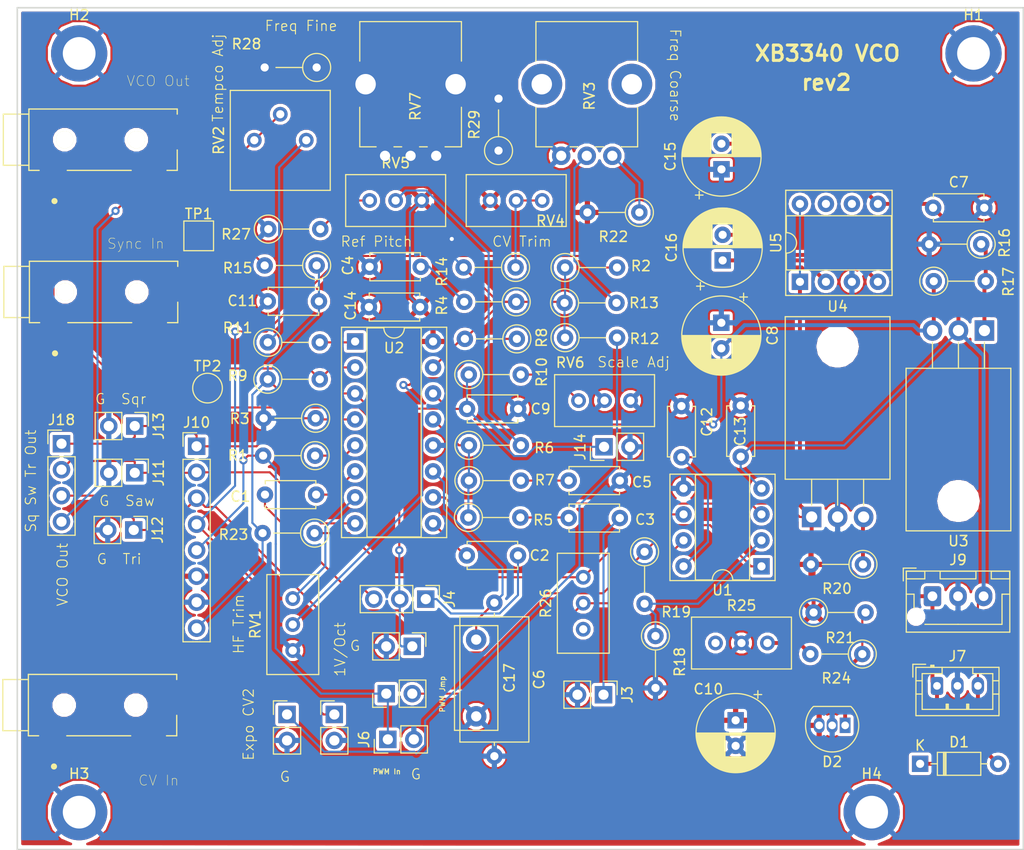
<source format=kicad_pcb>
(kicad_pcb (version 20171130) (host pcbnew "(5.0.1)-rc2")
  (layers (0 F.Cu signal) (31 B.Cu signal) (34 B.Paste user) (35 F.Paste user) (36 B.SilkS user) (37 F.SilkS user) (38 B.Mask user) (39 F.Mask user) (44 Edge.Cuts user))
  (net 0 "")
  (net 1 "Net-(C1-Pad2)")
  (net 2 "Net-(C1-Pad1)")
  (net 3 "Net-(C2-Pad1)")
  (net 4 "Net-(C2-Pad2)")
  (net 5 "Net-(C3-Pad1)")
  (net 6 "Net-(C3-Pad2)")
  (net 7 "Net-(C4-Pad1)")
  (net 8 GND)
  (net 9 "Net-(C5-Pad1)")
  (net 10 "Net-(R1-Pad1)")
  (net 11 "Net-(R11-Pad1)")
  (net 12 "Net-(R9-Pad2)")
  (net 13 "Net-(R11-Pad2)")
  (net 14 -5V)
  (net 15 +10V)
  (net 16 +12V)
  (net 17 -12V)
  (net 18 "Net-(C16-Pad1)")
  (net 19 "Net-(C16-Pad2)")
  (net 20 1V-Oct)
  (net 21 ExpoCV)
  (net 22 PWM_CV)
  (net 23 "Net-(R12-Pad1)")
  (net 24 Sqr)
  (net 25 "Net-(R8-Pad1)")
  (net 26 "Net-(R13-Pad2)")
  (net 27 "Net-(R14-Pad1)")
  (net 28 "Net-(R15-Pad2)")
  (net 29 "Net-(R18-Pad1)")
  (net 30 Tri)
  (net 31 "Net-(R20-Pad1)")
  (net 32 "Net-(RV1-Pad1)")
  (net 33 "Net-(U1-Pad3)")
  (net 34 Saw)
  (net 35 "Net-(U5-Pad7)")
  (net 36 "Net-(U5-Pad6)")
  (net 37 pin14)
  (net 38 "Net-(J8-Pad2)")
  (net 39 pin13)
  (net 40 "Net-(R6-Pad2)")
  (net 41 "Net-(R10-Pad2)")
  (net 42 "Net-(R16-Pad1)")
  (net 43 "Net-(R22-Pad1)")
  (net 44 "Net-(R23-Pad1)")
  (net 45 "Net-(R24-Pad2)")
  (net 46 "Net-(R27-Pad2)")
  (net 47 "Net-(D2-Pad1)")
  (net 48 VCO_Out)
  (net 49 SyncIn)
  (net 50 "Net-(J15-PadTN)")
  (net 51 "Net-(J17-PadTN)")
  (net 52 "Net-(J16-PadTN)")
  (net 53 "Net-(C17-Pad1)")
  (net 54 "Net-(R29-Pad2)")
  (net 55 "Net-(R28-Pad1)")
  (module Potentiometer_THT:Potentiometer_Bourns_PTV09A-1_Single_Vertical (layer F.Cu) (at 202.692 65.786 90)
    (fp_text reference RV7 (at 4.826 -2.032 90) (layer F.SilkS))
    (fp_text value "100k Fine")
    (pad 3 thru_hole circle (at 0 -5 90) (size 1.8 1.8) (drill 1) (layers *.Cu *.Mask) (net 8 GND))
    (pad 2 thru_hole circle (at 0 -2.5 90) (size 1.8 1.8) (drill 1) (layers *.Cu *.Mask) (net 54 "Net-(R29-Pad2)"))
    (pad 1 thru_hole circle (at 0 0 90) (size 1.8 1.8) (drill 1) (layers *.Cu *.Mask) (net 55 "Net-(R28-Pad1)"))
    (pad "" np_thru_hole circle (at 7 -6.9 90) (size 4 4) (drill 2) (layers *.Cu *.Mask))
    (pad "" np_thru_hole circle (at 7 1.9 90) (size 4 4) (drill 2) (layers *.Cu *.Mask))
  )
  (module Resistor_THT:R_Axial_DIN0207_L6.3mm_D2.5mm_P5.08mm_Vertical (layer F.Cu) (at 191.008 57.15 180)
    (fp_text reference R28 (at 6.858 2.286 180) (layer F.SilkS))
    (fp_text value 1k)
    (pad 2 thru_hole oval (at 5.08 0 180) (size 1.6 1.6) (drill 0.8) (layers *.Cu *.Mask) (net 15 +10V))
    (pad 1 thru_hole circle (at 0 0 180) (size 1.6 1.6) (drill 0.8) (layers *.Cu *.Mask) (net 55 "Net-(R28-Pad1)"))
  )
  (module Resistor_THT:R_Axial_DIN0207_L6.3mm_D2.5mm_P5.08mm_Vertical (layer F.Cu) (at 208.788 65.278 90)
    (fp_text reference R29 (at 2.54 -2.37 90) (layer F.SilkS))
    (fp_text value 470k)
    (pad 1 thru_hole circle (at 0 0 90) (size 1.6 1.6) (drill 0.8) (layers *.Cu *.Mask) (net 23 "Net-(R12-Pad1)"))
    (pad 2 thru_hole oval (at 5.08 0 90) (size 1.6 1.6) (drill 0.8) (layers *.Cu *.Mask) (net 54 "Net-(R29-Pad2)"))
  )
  (module Capacitor_THT:C_Rect_L10.0mm_W4.0mm_P7.50mm_MKS4 (layer F.Cu) (at 206.6036 113.0808 270)
    (fp_text reference C17 (at 3.75 -3.25 270) (layer F.SilkS))
    (fp_text value "1000p Alt")
    (pad 1 thru_hole circle (at 0 0 270) (size 2 2) (drill 1) (layers *.Cu *.Mask) (net 53 "Net-(C17-Pad1)"))
    (pad 2 thru_hole circle (at 7.5 0 270) (size 2 2) (drill 1) (layers *.Cu *.Mask) (net 8 GND))
  )
  (module Connector_PinHeader_2.54mm:PinHeader_1x04_P2.54mm_Vertical (layer F.Cu) (at 166.0652 93.9292)
    (fp_text reference J18 (at 0 -2.33) (layer F.SilkS))
    (fp_text value "VCO Out Jmp")
    (pad 1 thru_hole rect (at 0 0) (size 1.7 1.7) (drill 1) (layers *.Cu *.Mask) (net 24 Sqr))
    (pad 2 thru_hole oval (at 0 2.54) (size 1.7 1.7) (drill 1) (layers *.Cu *.Mask) (net 34 Saw))
    (pad 3 thru_hole oval (at 0 5.08) (size 1.7 1.7) (drill 1) (layers *.Cu *.Mask) (net 30 Tri))
    (pad 4 thru_hole oval (at 0 7.62) (size 1.7 1.7) (drill 1) (layers *.Cu *.Mask) (net 48 VCO_Out))
  )
  (module SJ2-3592B-SMT-TR:CUI_SJ2-3592B-SMT-TR (layer F.Cu) (at 170.0784 119.4816)
    (fp_text reference J16 hide)
    (fp_text value "CV In" (at 5.4864 7.366) (layer F.SilkS) (effects (font (size 1.00016 1.00016) (thickness 0.05))))
    (pad S smd rect (at -4.85 3.7) (size 2.2 2.8) (layers F.Cu F.Paste F.Mask) (net 8 GND))
    (pad T smd rect (at 4.55 3.7) (size 2.8 2.8) (layers F.Cu F.Paste F.Mask) (net 20 1V-Oct))
    (pad TN smd rect (at 8.55 -0.75) (size 2.6 2.8) (layers F.Cu F.Paste F.Mask) (net 52 "Net-(J16-PadTN)"))
    (pad Hole np_thru_hole circle (at -3.75 0) (size 1.7 1.7) (drill 1.7) (layers *.Cu *.Mask F.SilkS))
    (pad Hole np_thru_hole circle (at 3.25 0) (size 1.7 1.7) (drill 1.7) (layers *.Cu *.Mask F.SilkS))
  )
  (module SJ2-3592B-SMT-TR:CUI_SJ2-3592B-SMT-TR (layer F.Cu) (at 170.1292 64.2112)
    (fp_text reference J17 hide)
    (fp_text value "VCO Out" (at 5.3848 -5.7404) (layer F.SilkS) (effects (font (size 1.00016 1.00016) (thickness 0.05))))
    (pad Hole np_thru_hole circle (at 3.25 0) (size 1.7 1.7) (drill 1.7) (layers *.Cu *.Mask F.SilkS))
    (pad Hole np_thru_hole circle (at -3.75 0) (size 1.7 1.7) (drill 1.7) (layers *.Cu *.Mask F.SilkS))
    (pad TN smd rect (at 8.55 -0.75) (size 2.6 2.8) (layers F.Cu F.Paste F.Mask) (net 51 "Net-(J17-PadTN)"))
    (pad T smd rect (at 4.55 3.7) (size 2.8 2.8) (layers F.Cu F.Paste F.Mask) (net 48 VCO_Out))
    (pad S smd rect (at -4.85 3.7) (size 2.2 2.8) (layers F.Cu F.Paste F.Mask) (net 8 GND))
  )
  (module SJ2-3592B-SMT-TR:CUI_SJ2-3592B-SMT-TR (layer F.Cu) (at 170.18 79.0956)
    (fp_text reference J15 hide)
    (fp_text value "Sync In" (at 3.1496 -4.7244) (layer F.SilkS) (effects (font (size 1.00016 1.00016) (thickness 0.05))))
    (pad S smd rect (at -4.85 3.7) (size 2.2 2.8) (layers F.Cu F.Paste F.Mask) (net 8 GND))
    (pad T smd rect (at 4.55 3.7) (size 2.8 2.8) (layers F.Cu F.Paste F.Mask) (net 49 SyncIn))
    (pad TN smd rect (at 8.55 -0.75) (size 2.6 2.8) (layers F.Cu F.Paste F.Mask) (net 50 "Net-(J15-PadTN)"))
    (pad Hole np_thru_hole circle (at -3.75 0) (size 1.7 1.7) (drill 1.7) (layers *.Cu *.Mask F.SilkS))
    (pad Hole np_thru_hole circle (at 3.25 0) (size 1.7 1.7) (drill 1.7) (layers *.Cu *.Mask F.SilkS))
  )
  (module MountingHole:MountingHole_3.2mm_M3_ISO14580_Pad (layer F.Cu) (at 167.7924 129.9464)
    (fp_text reference H3 (at 0 -3.75) (layer F.SilkS))
    (fp_text value MountingHole_Pad)
    (pad 1 thru_hole circle (at 0 0) (size 5.5 5.5) (drill 3.2) (layers *.Cu *.Mask) (net 8 GND))
  )
  (module Package_TO_SOT_THT:TO-92_Inline (layer F.Cu) (at 242.6716 121.4628 180)
    (fp_text reference D2 (at 1.27 -3.56 180) (layer F.SilkS))
    (fp_text value TL431LP)
    (pad 2 thru_hole oval (at 1.27 0 180) (size 1.05 1.5) (drill 0.75) (layers *.Cu *.Mask) (net 8 GND))
    (pad 3 thru_hole oval (at 2.54 0 180) (size 1.05 1.5) (drill 0.75) (layers *.Cu *.Mask) (net 15 +10V))
    (pad 1 thru_hole rect (at 0 0 180) (size 1.05 1.5) (drill 0.75) (layers *.Cu *.Mask) (net 47 "Net-(D2-Pad1)"))
  )
  (module Connector_JST:JST_XH_B03B-XH-AM_1x03_P2.50mm_Vertical (layer F.Cu) (at 251.206 108.839)
    (fp_text reference J9 (at 2.5 -3.55) (layer F.SilkS))
    (fp_text value Power)
    (pad 1 thru_hole roundrect (at 0 0) (size 1.7 1.95) (drill 0.95) (layers *.Cu *.Mask) (roundrect_rratio 0.147059) (net 16 +12V))
    (pad 2 thru_hole oval (at 2.5 0) (size 1.7 1.95) (drill 0.95) (layers *.Cu *.Mask) (net 8 GND))
    (pad 3 thru_hole oval (at 5 0) (size 1.7 1.95) (drill 0.95) (layers *.Cu *.Mask) (net 17 -12V))
    (pad "" np_thru_hole circle (at -1.6 2) (size 1.2 1.2) (drill 1.2) (layers *.Cu *.Mask))
  )
  (module Package_TO_SOT_THT:TO-220-3_Horizontal_TabDown (layer F.Cu) (at 239.395 101.092)
    (fp_text reference U4 (at 2.54 -20.58) (layer F.SilkS))
    (fp_text value LM7812_TO220)
    (pad "" np_thru_hole oval (at 2.54 -16.66) (size 3.5 3.5) (drill 3.5) (layers *.Cu *.Mask))
    (pad 1 thru_hole rect (at 0 0) (size 1.905 2) (drill 1.1) (layers *.Cu *.Mask) (net 16 +12V))
    (pad 2 thru_hole oval (at 2.54 0) (size 1.905 2) (drill 1.1) (layers *.Cu *.Mask) (net 8 GND))
    (pad 3 thru_hole oval (at 5.08 0) (size 1.905 2) (drill 1.1) (layers *.Cu *.Mask) (net 31 "Net-(R20-Pad1)"))
  )
  (module Capacitor_THT:C_Disc_D4.7mm_W2.5mm_P5.00mm (layer F.Cu) (at 190.9572 98.9076 180)
    (fp_text reference C1 (at 7.4041 -0.1905 180) (layer F.SilkS))
    (fp_text value 1n)
    (pad 1 thru_hole circle (at 0 0 180) (size 1.6 1.6) (drill 0.8) (layers *.Cu *.Mask) (net 2 "Net-(C1-Pad1)"))
    (pad 2 thru_hole circle (at 5 0 180) (size 1.6 1.6) (drill 0.8) (layers *.Cu *.Mask) (net 1 "Net-(C1-Pad2)"))
  )
  (module Capacitor_THT:C_Disc_D4.7mm_W2.5mm_P5.00mm (layer F.Cu) (at 205.6892 104.8512)
    (fp_text reference C2 (at 7.112 0) (layer F.SilkS))
    (fp_text value 1n)
    (pad 1 thru_hole circle (at 0 0) (size 1.6 1.6) (drill 0.8) (layers *.Cu *.Mask) (net 3 "Net-(C2-Pad1)"))
    (pad 2 thru_hole circle (at 5 0) (size 1.6 1.6) (drill 0.8) (layers *.Cu *.Mask) (net 4 "Net-(C2-Pad2)"))
  )
  (module Capacitor_THT:C_Disc_D4.7mm_W2.5mm_P5.00mm (layer F.Cu) (at 215.646 101.1936)
    (fp_text reference C3 (at 7.4676 0.1524) (layer F.SilkS))
    (fp_text value 100n)
    (pad 2 thru_hole circle (at 5 0) (size 1.6 1.6) (drill 0.8) (layers *.Cu *.Mask) (net 6 "Net-(C3-Pad2)"))
    (pad 1 thru_hole circle (at 0 0) (size 1.6 1.6) (drill 0.8) (layers *.Cu *.Mask) (net 5 "Net-(C3-Pad1)"))
  )
  (module Capacitor_THT:C_Disc_D4.7mm_W2.5mm_P5.00mm (layer F.Cu) (at 201.1807 76.6318 180)
    (fp_text reference C4 (at 7.112 0.127 270) (layer F.SilkS))
    (fp_text value 10n)
    (pad 1 thru_hole circle (at 0 0 180) (size 1.6 1.6) (drill 0.8) (layers *.Cu *.Mask) (net 7 "Net-(C4-Pad1)"))
    (pad 2 thru_hole circle (at 5 0 180) (size 1.6 1.6) (drill 0.8) (layers *.Cu *.Mask) (net 8 GND))
  )
  (module Capacitor_THT:C_Disc_D4.7mm_W2.5mm_P5.00mm (layer F.Cu) (at 215.646 97.536)
    (fp_text reference C5 (at 7.1628 0.1524) (layer F.SilkS))
    (fp_text value 10n)
    (pad 1 thru_hole circle (at 0 0) (size 1.6 1.6) (drill 0.8) (layers *.Cu *.Mask) (net 9 "Net-(C5-Pad1)"))
    (pad 2 thru_hole circle (at 5 0) (size 1.6 1.6) (drill 0.8) (layers *.Cu *.Mask) (net 8 GND))
  )
  (module Capacitor_THT:C_Axial_L12.0mm_D6.5mm_P15.00mm_Horizontal (layer F.Cu) (at 208.3816 109.474 270)
    (fp_text reference C6 (at 7.5 -4.37 270) (layer F.SilkS))
    (fp_text value "1000p / Mica")
    (pad 1 thru_hole circle (at 0 0 270) (size 1.6 1.6) (drill 0.8) (layers *.Cu *.Mask) (net 53 "Net-(C17-Pad1)"))
    (pad 2 thru_hole oval (at 15 0 270) (size 1.6 1.6) (drill 0.8) (layers *.Cu *.Mask) (net 8 GND))
  )
  (module Capacitor_THT:C_Disc_D4.7mm_W2.5mm_P5.00mm (layer F.Cu) (at 251.2695 70.866)
    (fp_text reference C7 (at 2.5 -2.5) (layer F.SilkS))
    (fp_text value 100n)
    (pad 2 thru_hole circle (at 5 0) (size 1.6 1.6) (drill 0.8) (layers *.Cu *.Mask) (net 8 GND))
    (pad 1 thru_hole circle (at 0 0) (size 1.6 1.6) (drill 0.8) (layers *.Cu *.Mask) (net 17 -12V))
  )
  (module Capacitor_THT:CP_Radial_D7.5mm_P2.50mm (layer F.Cu) (at 230.5685 82.1055 270)
    (fp_text reference C8 (at 1.25 -5 270) (layer F.SilkS))
    (fp_text value 10uF)
    (pad 1 thru_hole rect (at 0 0 270) (size 1.6 1.6) (drill 0.8) (layers *.Cu *.Mask) (net 8 GND))
    (pad 2 thru_hole circle (at 2.5 0 270) (size 1.6 1.6) (drill 0.8) (layers *.Cu *.Mask) (net 14 -5V))
  )
  (module Capacitor_THT:C_Disc_D4.7mm_W2.5mm_P5.00mm (layer F.Cu) (at 210.7057 90.5256 180)
    (fp_text reference C9 (at -2.1971 0 180) (layer F.SilkS))
    (fp_text value 560pF)
    (pad 2 thru_hole circle (at 5 0 180) (size 1.6 1.6) (drill 0.8) (layers *.Cu *.Mask) (net 37 pin14))
    (pad 1 thru_hole circle (at 0 0 180) (size 1.6 1.6) (drill 0.8) (layers *.Cu *.Mask) (net 8 GND))
  )
  (module Capacitor_THT:CP_Radial_D7.5mm_P2.50mm (layer F.Cu) (at 231.9655 120.9675 270)
    (fp_text reference C10 (at -3.048 2.667) (layer F.SilkS))
    (fp_text value 10uF)
    (pad 2 thru_hole circle (at 2.5 0 270) (size 1.6 1.6) (drill 0.8) (layers *.Cu *.Mask) (net 8 GND))
    (pad 1 thru_hole rect (at 0 0 270) (size 1.6 1.6) (drill 0.8) (layers *.Cu *.Mask) (net 15 +10V))
  )
  (module Capacitor_THT:C_Disc_D4.7mm_W2.5mm_P5.00mm (layer F.Cu) (at 186.2328 80.01)
    (fp_text reference C11 (at -2.4892 -0.0508) (layer F.SilkS))
    (fp_text value 100n)
    (pad 1 thru_hole circle (at 0 0) (size 1.6 1.6) (drill 0.8) (layers *.Cu *.Mask) (net 8 GND))
    (pad 2 thru_hole circle (at 5 0) (size 1.6 1.6) (drill 0.8) (layers *.Cu *.Mask) (net 14 -5V))
  )
  (module Capacitor_THT:C_Disc_D4.7mm_W2.5mm_P5.00mm (layer F.Cu) (at 226.6696 95.25 90)
    (fp_text reference C12 (at 3.4544 2.4892 90) (layer F.SilkS))
    (fp_text value 100n)
    (pad 1 thru_hole circle (at 0 0 90) (size 1.6 1.6) (drill 0.8) (layers *.Cu *.Mask) (net 16 +12V))
    (pad 2 thru_hole circle (at 5 0 90) (size 1.6 1.6) (drill 0.8) (layers *.Cu *.Mask) (net 8 GND))
  )
  (module Capacitor_THT:C_Disc_D4.7mm_W2.5mm_P5.00mm (layer F.Cu) (at 232.4608 95.1992 90)
    (fp_text reference C13 (at 2.4892 -0.0508 90) (layer F.SilkS))
    (fp_text value 100n)
    (pad 2 thru_hole circle (at 5 0 90) (size 1.6 1.6) (drill 0.8) (layers *.Cu *.Mask) (net 8 GND))
    (pad 1 thru_hole circle (at 0 0 90) (size 1.6 1.6) (drill 0.8) (layers *.Cu *.Mask) (net 17 -12V))
  )
  (module Capacitor_THT:C_Disc_D4.7mm_W2.5mm_P5.00mm (layer F.Cu) (at 201.1172 80.5688 180)
    (fp_text reference C14 (at 6.7945 0.127 270) (layer F.SilkS))
    (fp_text value 100n)
    (pad 2 thru_hole circle (at 5 0 180) (size 1.6 1.6) (drill 0.8) (layers *.Cu *.Mask) (net 8 GND))
    (pad 1 thru_hole circle (at 0 0 180) (size 1.6 1.6) (drill 0.8) (layers *.Cu *.Mask) (net 15 +10V))
  )
  (module Capacitor_THT:CP_Radial_D7.5mm_P2.50mm (layer F.Cu) (at 230.5812 67.1068 90)
    (fp_text reference C15 (at 1.25 -5 90) (layer F.SilkS))
    (fp_text value 100uF)
    (pad 1 thru_hole rect (at 0 0 90) (size 1.6 1.6) (drill 0.8) (layers *.Cu *.Mask) (net 8 GND))
    (pad 2 thru_hole circle (at 2.5 0 90) (size 1.6 1.6) (drill 0.8) (layers *.Cu *.Mask) (net 17 -12V))
  )
  (module Capacitor_THT:CP_Radial_D7.5mm_P2.50mm (layer F.Cu) (at 230.6955 76.0095 90)
    (fp_text reference C16 (at 1.25 -5 90) (layer F.SilkS))
    (fp_text value 100uF)
    (pad 2 thru_hole circle (at 2.5 0 90) (size 1.6 1.6) (drill 0.8) (layers *.Cu *.Mask) (net 19 "Net-(C16-Pad2)"))
    (pad 1 thru_hole rect (at 0 0 90) (size 1.6 1.6) (drill 0.8) (layers *.Cu *.Mask) (net 18 "Net-(C16-Pad1)"))
  )
  (module Diode_THT:D_DO-35_SOD27_P7.62mm_Horizontal (layer F.Cu) (at 249.9995 125.222)
    (fp_text reference D1 (at 3.81 -2.12) (layer F.SilkS))
    (fp_text value D_ALT)
    (fp_text user K (at 0 -1.8) (layer F.SilkS))
    (pad 1 thru_hole rect (at 0 0) (size 1.6 1.6) (drill 0.8) (layers *.Cu *.Mask) (net 16 +12V))
    (pad 2 thru_hole oval (at 7.62 0) (size 1.6 1.6) (drill 0.8) (layers *.Cu *.Mask) (net 17 -12V))
  )
  (module MountingHole:MountingHole_3.2mm_M3_ISO14580_Pad (layer F.Cu) (at 255.2192 55.7784)
    (fp_text reference H1 (at 0 -3.75) (layer F.SilkS))
    (fp_text value MountingHole_Pad)
    (pad 1 thru_hole circle (at 0 0) (size 5.5 5.5) (drill 3.2) (layers *.Cu *.Mask) (net 8 GND))
  )
  (module MountingHole:MountingHole_3.2mm_M3_ISO14580_Pad (layer F.Cu) (at 167.7924 55.7784)
    (fp_text reference H2 (at 0 -3.75) (layer F.SilkS))
    (fp_text value MountingHole_Pad)
    (pad 1 thru_hole circle (at 0 0) (size 5.5 5.5) (drill 3.2) (layers *.Cu *.Mask) (net 8 GND))
  )
  (module MountingHole:MountingHole_3.2mm_M3_ISO14580_Pad (layer F.Cu) (at 245.2624 129.9464)
    (fp_text reference H4 (at 0 -3.75) (layer F.SilkS))
    (fp_text value MountingHole_Pad)
    (pad 1 thru_hole circle (at 0 0) (size 5.5 5.5) (drill 3.2) (layers *.Cu *.Mask) (net 8 GND))
  )
  (module Connector_PinHeader_2.54mm:PinHeader_1x02_P2.54mm_Vertical (layer F.Cu) (at 192.7352 120.396)
    (fp_text reference J1 hide)
    (fp_text value 1V/Oct)
    (pad 2 thru_hole oval (at 0 2.54) (size 1.7 1.7) (drill 1) (layers *.Cu *.Mask) (net 8 GND))
    (pad 1 thru_hole rect (at 0 0) (size 1.7 1.7) (drill 1) (layers *.Cu *.Mask) (net 20 1V-Oct))
  )
  (module Connector_PinHeader_2.54mm:PinHeader_1x02_P2.54mm_Vertical (layer F.Cu) (at 188.1124 120.396)
    (fp_text reference J2 hide)
    (fp_text value "Expo CV")
    (pad 1 thru_hole rect (at 0 0) (size 1.7 1.7) (drill 1) (layers *.Cu *.Mask) (net 21 ExpoCV))
    (pad 2 thru_hole oval (at 0 2.54) (size 1.7 1.7) (drill 1) (layers *.Cu *.Mask) (net 8 GND))
  )
  (module Connector_PinHeader_2.54mm:PinHeader_1x02_P2.54mm_Vertical (layer F.Cu) (at 219.0496 118.4656 270)
    (fp_text reference J3 (at 0 -2.33 270) (layer F.SilkS))
    (fp_text value "Linear FM")
    (pad 1 thru_hole rect (at 0 0 270) (size 1.7 1.7) (drill 1) (layers *.Cu *.Mask) (net 6 "Net-(C3-Pad2)"))
    (pad 2 thru_hole oval (at 0 2.54 270) (size 1.7 1.7) (drill 1) (layers *.Cu *.Mask) (net 8 GND))
  )
  (module Connector_PinHeader_2.54mm:PinHeader_1x03_P2.54mm_Vertical (layer F.Cu) (at 201.676 109.1184 270)
    (fp_text reference J4 (at 0 -2.33 270) (layer F.SilkS))
    (fp_text value "Sync Jumper")
    (pad 1 thru_hole rect (at 0 0 270) (size 1.7 1.7) (drill 1) (layers *.Cu *.Mask) (net 4 "Net-(C2-Pad2)"))
    (pad 2 thru_hole oval (at 0 2.54 270) (size 1.7 1.7) (drill 1) (layers *.Cu *.Mask) (net 49 SyncIn))
    (pad 3 thru_hole oval (at 0 5.08 270) (size 1.7 1.7) (drill 1) (layers *.Cu *.Mask) (net 1 "Net-(C1-Pad2)"))
  )
  (module Connector_PinHeader_2.54mm:PinHeader_1x02_P2.54mm_Vertical (layer F.Cu) (at 200.3552 113.7412 270)
    (fp_text reference J5 hide)
    (fp_text value "Hard Sync")
    (pad 2 thru_hole oval (at 0 2.54 270) (size 1.7 1.7) (drill 1) (layers *.Cu *.Mask) (net 8 GND))
    (pad 1 thru_hole rect (at 0 0 270) (size 1.7 1.7) (drill 1) (layers *.Cu *.Mask) (net 49 SyncIn))
  )
  (module Connector_PinHeader_2.54mm:PinHeader_1x02_P2.54mm_Vertical (layer F.Cu) (at 197.9676 122.8344 90)
    (fp_text reference J6 (at 0 -2.33 90) (layer F.SilkS))
    (fp_text value PWM)
    (pad 1 thru_hole rect (at 0 0 90) (size 1.7 1.7) (drill 1) (layers *.Cu *.Mask) (net 22 PWM_CV))
    (pad 2 thru_hole oval (at 0 2.54 90) (size 1.7 1.7) (drill 1) (layers *.Cu *.Mask) (net 8 GND))
  )
  (module Connector_JST:JST_PH_B3B-PH-K_1x03_P2.00mm_Vertical (layer F.Cu) (at 251.6505 117.602)
    (fp_text reference J7 (at 2 -2.9) (layer F.SilkS))
    (fp_text value Power)
    (pad 1 thru_hole roundrect (at 0 0) (size 1.2 1.75) (drill 0.75) (layers *.Cu *.Mask) (roundrect_rratio 0.208333) (net 16 +12V))
    (pad 2 thru_hole oval (at 2 0) (size 1.2 1.75) (drill 0.75) (layers *.Cu *.Mask) (net 8 GND))
    (pad 3 thru_hole oval (at 4 0) (size 1.2 1.75) (drill 0.75) (layers *.Cu *.Mask) (net 17 -12V))
  )
  (module Connector_PinHeader_2.54mm:PinHeader_1x02_P2.54mm_Vertical (layer F.Cu) (at 197.8152 118.364 90)
    (fp_text reference J8 hide)
    (fp_text value "Sqr Jump")
    (pad 2 thru_hole oval (at 0 2.54 90) (size 1.7 1.7) (drill 1) (layers *.Cu *.Mask) (net 38 "Net-(J8-Pad2)"))
    (pad 1 thru_hole rect (at 0 0 90) (size 1.7 1.7) (drill 1) (layers *.Cu *.Mask) (net 22 PWM_CV))
  )
  (module Connector_PinHeader_2.54mm:PinHeader_1x08_P2.54mm_Vertical (layer F.Cu) (at 179.2732 94.1832)
    (fp_text reference J10 (at 0 -2.33) (layer F.SilkS))
    (fp_text value "Test Bus")
    (pad 1 thru_hole rect (at 0 0) (size 1.7 1.7) (drill 1) (layers *.Cu *.Mask) (net 24 Sqr))
    (pad 2 thru_hole oval (at 0 2.54) (size 1.7 1.7) (drill 1) (layers *.Cu *.Mask) (net 34 Saw))
    (pad 3 thru_hole oval (at 0 5.08) (size 1.7 1.7) (drill 1) (layers *.Cu *.Mask) (net 30 Tri))
    (pad 4 thru_hole oval (at 0 7.62) (size 1.7 1.7) (drill 1) (layers *.Cu *.Mask) (net 20 1V-Oct))
    (pad 5 thru_hole oval (at 0 10.16) (size 1.7 1.7) (drill 1) (layers *.Cu *.Mask) (net 22 PWM_CV))
    (pad 6 thru_hole oval (at 0 12.7) (size 1.7 1.7) (drill 1) (layers *.Cu *.Mask) (net 15 +10V))
    (pad 7 thru_hole oval (at 0 15.24) (size 1.7 1.7) (drill 1) (layers *.Cu *.Mask) (net 8 GND))
    (pad 8 thru_hole oval (at 0 17.78) (size 1.7 1.7) (drill 1) (layers *.Cu *.Mask) (net 14 -5V))
  )
  (module Connector_PinHeader_2.54mm:PinHeader_1x02_P2.54mm_Vertical (layer F.Cu) (at 173.228 96.774 270)
    (fp_text reference J11 (at 0 -2.33 270) (layer F.SilkS))
    (fp_text value Saw)
    (pad 2 thru_hole oval (at 0 2.54 270) (size 1.7 1.7) (drill 1) (layers *.Cu *.Mask) (net 8 GND))
    (pad 1 thru_hole rect (at 0 0 270) (size 1.7 1.7) (drill 1) (layers *.Cu *.Mask) (net 34 Saw))
  )
  (module Connector_PinHeader_2.54mm:PinHeader_1x02_P2.54mm_Vertical (layer F.Cu) (at 173.1264 102.362 270)
    (fp_text reference J12 (at 0 -2.33 270) (layer F.SilkS))
    (fp_text value Tri)
    (pad 1 thru_hole rect (at 0 0 270) (size 1.7 1.7) (drill 1) (layers *.Cu *.Mask) (net 30 Tri))
    (pad 2 thru_hole oval (at 0 2.54 270) (size 1.7 1.7) (drill 1) (layers *.Cu *.Mask) (net 8 GND))
  )
  (module Connector_PinHeader_2.54mm:PinHeader_1x02_P2.54mm_Vertical (layer F.Cu) (at 173.228 92.202 270)
    (fp_text reference J13 (at 0 -2.33 270) (layer F.SilkS))
    (fp_text value Sqr)
    (pad 1 thru_hole rect (at 0 0 270) (size 1.7 1.7) (drill 1) (layers *.Cu *.Mask) (net 24 Sqr))
    (pad 2 thru_hole oval (at 0 2.54 270) (size 1.7 1.7) (drill 1) (layers *.Cu *.Mask) (net 8 GND))
  )
  (module Connector_PinHeader_2.54mm:PinHeader_1x02_P2.54mm_Vertical (layer F.Cu) (at 219.1004 94.234 90)
    (fp_text reference J14 (at 0 -2.33 90) (layer F.SilkS))
    (fp_text value "Tune Jmp")
    (pad 2 thru_hole oval (at 0 2.54 90) (size 1.7 1.7) (drill 1) (layers *.Cu *.Mask) (net 8 GND))
    (pad 1 thru_hole rect (at 0 0 90) (size 1.7 1.7) (drill 1) (layers *.Cu *.Mask) (net 37 pin14))
  )
  (module Resistor_THT:R_Axial_DIN0207_L6.3mm_D2.5mm_P5.08mm_Vertical (layer F.Cu) (at 190.8556 95.0976 180)
    (fp_text reference R1 (at 7.5565 0.0254 180) (layer F.SilkS))
    (fp_text value 10k)
    (pad 1 thru_hole circle (at 0 0 180) (size 1.6 1.6) (drill 0.8) (layers *.Cu *.Mask) (net 10 "Net-(R1-Pad1)"))
    (pad 2 thru_hole oval (at 5.08 0 180) (size 1.6 1.6) (drill 0.8) (layers *.Cu *.Mask) (net 22 PWM_CV))
  )
  (module Resistor_THT:R_Axial_DIN0207_L6.3mm_D2.5mm_P5.08mm_Vertical (layer F.Cu) (at 215.2904 76.708)
    (fp_text reference R2 (at 7.4168 -0.1524) (layer F.SilkS))
    (fp_text value 100k)
    (pad 2 thru_hole oval (at 5.08 0) (size 1.6 1.6) (drill 0.8) (layers *.Cu *.Mask) (net 20 1V-Oct))
    (pad 1 thru_hole circle (at 0 0) (size 1.6 1.6) (drill 0.8) (layers *.Cu *.Mask) (net 23 "Net-(R12-Pad1)"))
  )
  (module Resistor_THT:R_Axial_DIN0207_L6.3mm_D2.5mm_P5.08mm_Vertical (layer F.Cu) (at 190.9064 91.44 180)
    (fp_text reference R3 (at 7.4168 -0.0508 180) (layer F.SilkS))
    (fp_text value 51K)
    (pad 1 thru_hole circle (at 0 0 180) (size 1.6 1.6) (drill 0.8) (layers *.Cu *.Mask) (net 24 Sqr))
    (pad 2 thru_hole oval (at 5.08 0 180) (size 1.6 1.6) (drill 0.8) (layers *.Cu *.Mask) (net 8 GND))
  )
  (module Resistor_THT:R_Axial_DIN0207_L6.3mm_D2.5mm_P5.08mm_Vertical (layer F.Cu) (at 210.5152 80.0608 180)
    (fp_text reference R4 (at 7.2644 -0.3556 270) (layer F.SilkS))
    (fp_text value 470)
    (pad 1 thru_hole circle (at 0 0 180) (size 1.6 1.6) (drill 0.8) (layers *.Cu *.Mask) (net 23 "Net-(R12-Pad1)"))
    (pad 2 thru_hole oval (at 5.08 0 180) (size 1.6 1.6) (drill 0.8) (layers *.Cu *.Mask) (net 7 "Net-(C4-Pad1)"))
  )
  (module Resistor_THT:R_Axial_DIN0207_L6.3mm_D2.5mm_P5.08mm_Vertical (layer F.Cu) (at 205.8416 101.1428)
    (fp_text reference R5 (at 7.3152 0.254) (layer F.SilkS))
    (fp_text value 1M)
    (pad 2 thru_hole oval (at 5.08 0) (size 1.6 1.6) (drill 0.8) (layers *.Cu *.Mask) (net 5 "Net-(C3-Pad1)"))
    (pad 1 thru_hole circle (at 0 0) (size 1.6 1.6) (drill 0.8) (layers *.Cu *.Mask) (net 39 pin13))
  )
  (module Resistor_THT:R_Axial_DIN0207_L6.3mm_D2.5mm_P5.08mm_Vertical (layer F.Cu) (at 205.8924 94.0816)
    (fp_text reference R6 (at 7.366 0.254) (layer F.SilkS))
    (fp_text value 1.5M)
    (pad 1 thru_hole circle (at 0 0) (size 1.6 1.6) (drill 0.8) (layers *.Cu *.Mask) (net 39 pin13))
    (pad 2 thru_hole oval (at 5.08 0) (size 1.6 1.6) (drill 0.8) (layers *.Cu *.Mask) (net 40 "Net-(R6-Pad2)"))
  )
  (module Resistor_THT:R_Axial_DIN0207_L6.3mm_D2.5mm_P5.08mm_Vertical (layer F.Cu) (at 205.8924 97.536)
    (fp_text reference R7 (at 7.4168 -0.0508) (layer F.SilkS))
    (fp_text value 470)
    (pad 1 thru_hole circle (at 0 0) (size 1.6 1.6) (drill 0.8) (layers *.Cu *.Mask) (net 39 pin13))
    (pad 2 thru_hole oval (at 5.08 0) (size 1.6 1.6) (drill 0.8) (layers *.Cu *.Mask) (net 9 "Net-(C5-Pad1)"))
  )
  (module Resistor_THT:R_Axial_DIN0207_L6.3mm_D2.5mm_P5.08mm_Vertical (layer F.Cu) (at 210.5787 83.6803 180)
    (fp_text reference R8 (at -2.4257 0.1143 270) (layer F.SilkS))
    (fp_text value 560k)
    (pad 1 thru_hole circle (at 0 0 180) (size 1.6 1.6) (drill 0.8) (layers *.Cu *.Mask) (net 25 "Net-(R8-Pad1)"))
    (pad 2 thru_hole oval (at 5.08 0 180) (size 1.6 1.6) (drill 0.8) (layers *.Cu *.Mask) (net 23 "Net-(R12-Pad1)"))
  )
  (module Resistor_THT:R_Axial_DIN0207_L6.3mm_D2.5mm_P5.08mm_Vertical (layer F.Cu) (at 186.2328 87.63)
    (fp_text reference R9 (at -2.9464 -0.3556) (layer F.SilkS))
    (fp_text value 5.6k)
    (pad 2 thru_hole oval (at 5.08 0) (size 1.6 1.6) (drill 0.8) (layers *.Cu *.Mask) (net 12 "Net-(R9-Pad2)"))
    (pad 1 thru_hole circle (at 0 0) (size 1.6 1.6) (drill 0.8) (layers *.Cu *.Mask) (net 14 -5V))
  )
  (module Resistor_THT:R_Axial_DIN0207_L6.3mm_D2.5mm_P5.08mm_Vertical (layer F.Cu) (at 205.8797 87.1728)
    (fp_text reference R10 (at 7.1247 -0.254 90) (layer F.SilkS))
    (fp_text value 1.62k)
    (pad 1 thru_hole circle (at 0 0) (size 1.6 1.6) (drill 0.8) (layers *.Cu *.Mask) (net 37 pin14))
    (pad 2 thru_hole oval (at 5.08 0) (size 1.6 1.6) (drill 0.8) (layers *.Cu *.Mask) (net 41 "Net-(R10-Pad2)"))
  )
  (module Resistor_THT:R_Axial_DIN0207_L6.3mm_D2.5mm_P5.08mm_Vertical (layer F.Cu) (at 186.2328 84.0232)
    (fp_text reference R11 (at -2.9464 -1.4224) (layer F.SilkS))
    (fp_text value 18K)
    (pad 2 thru_hole oval (at 5.08 0) (size 1.6 1.6) (drill 0.8) (layers *.Cu *.Mask) (net 13 "Net-(R11-Pad2)"))
    (pad 1 thru_hole circle (at 0 0) (size 1.6 1.6) (drill 0.8) (layers *.Cu *.Mask) (net 11 "Net-(R11-Pad1)"))
  )
  (module Resistor_THT:R_Axial_DIN0207_L6.3mm_D2.5mm_P5.08mm_Vertical (layer F.Cu) (at 215.2904 83.566)
    (fp_text reference R12 (at 7.7724 0.1016) (layer F.SilkS))
    (fp_text value 100k)
    (pad 1 thru_hole circle (at 0 0) (size 1.6 1.6) (drill 0.8) (layers *.Cu *.Mask) (net 23 "Net-(R12-Pad1)"))
    (pad 2 thru_hole oval (at 5.08 0) (size 1.6 1.6) (drill 0.8) (layers *.Cu *.Mask) (net 21 ExpoCV))
  )
  (module Resistor_THT:R_Axial_DIN0207_L6.3mm_D2.5mm_P5.08mm_Vertical (layer F.Cu) (at 215.2396 80.1624)
    (fp_text reference R13 (at 7.7724 0) (layer F.SilkS))
    (fp_text value 100k)
    (pad 2 thru_hole oval (at 5.08 0) (size 1.6 1.6) (drill 0.8) (layers *.Cu *.Mask) (net 26 "Net-(R13-Pad2)"))
    (pad 1 thru_hole circle (at 0 0) (size 1.6 1.6) (drill 0.8) (layers *.Cu *.Mask) (net 23 "Net-(R12-Pad1)"))
  )
  (module Resistor_THT:R_Axial_DIN0207_L6.3mm_D2.5mm_P5.08mm_Vertical (layer F.Cu) (at 210.4517 76.6953 180)
    (fp_text reference R14 (at 7.2009 -0.4191 270) (layer F.SilkS))
    (fp_text value 220K)
    (pad 1 thru_hole circle (at 0 0 180) (size 1.6 1.6) (drill 0.8) (layers *.Cu *.Mask) (net 27 "Net-(R14-Pad1)"))
    (pad 2 thru_hole oval (at 5.08 0 180) (size 1.6 1.6) (drill 0.8) (layers *.Cu *.Mask) (net 23 "Net-(R12-Pad1)"))
  )
  (module Resistor_THT:R_Axial_DIN0207_L6.3mm_D2.5mm_P5.08mm_Vertical (layer F.Cu) (at 191.008 76.5048 180)
    (fp_text reference R15 (at 7.7216 -0.254 180) (layer F.SilkS))
    (fp_text value 5.6k)
    (pad 2 thru_hole oval (at 5.08 0 180) (size 1.6 1.6) (drill 0.8) (layers *.Cu *.Mask) (net 28 "Net-(R15-Pad2)"))
    (pad 1 thru_hole circle (at 0 0 180) (size 1.6 1.6) (drill 0.8) (layers *.Cu *.Mask) (net 14 -5V))
  )
  (module Resistor_THT:R_Axial_DIN0207_L6.3mm_D2.5mm_P5.08mm_Vertical (layer F.Cu) (at 255.9685 74.422 180)
    (fp_text reference R16 (at -2.286 0.127 270) (layer F.SilkS))
    (fp_text value 680R)
    (pad 1 thru_hole circle (at 0 0 180) (size 1.6 1.6) (drill 0.8) (layers *.Cu *.Mask) (net 42 "Net-(R16-Pad1)"))
    (pad 2 thru_hole oval (at 5.08 0 180) (size 1.6 1.6) (drill 0.8) (layers *.Cu *.Mask) (net 8 GND))
  )
  (module Resistor_THT:R_Axial_DIN0207_L6.3mm_D2.5mm_P5.08mm_Vertical (layer F.Cu) (at 251.333 78.0415)
    (fp_text reference R17 (at 7.3025 0.0635 90) (layer F.SilkS))
    (fp_text value 200R)
    (pad 2 thru_hole oval (at 5.08 0) (size 1.6 1.6) (drill 0.8) (layers *.Cu *.Mask) (net 42 "Net-(R16-Pad1)"))
    (pad 1 thru_hole circle (at 0 0) (size 1.6 1.6) (drill 0.8) (layers *.Cu *.Mask) (net 14 -5V))
  )
  (module Resistor_THT:R_Axial_DIN0207_L6.3mm_D2.5mm_P5.08mm_Vertical (layer F.Cu) (at 224.1296 112.7252 270)
    (fp_text reference R18 (at 2.54 -2.37 270) (layer F.SilkS))
    (fp_text value 10K)
    (pad 1 thru_hole circle (at 0 0 270) (size 1.6 1.6) (drill 0.8) (layers *.Cu *.Mask) (net 29 "Net-(R18-Pad1)"))
    (pad 2 thru_hole oval (at 5.08 0 270) (size 1.6 1.6) (drill 0.8) (layers *.Cu *.Mask) (net 8 GND))
  )
  (module Resistor_THT:R_Axial_DIN0207_L6.3mm_D2.5mm_P5.08mm_Vertical (layer F.Cu) (at 223.0628 104.4956 270)
    (fp_text reference R19 (at 5.8928 -3.0988) (layer F.SilkS))
    (fp_text value 10K)
    (pad 1 thru_hole circle (at 0 0 270) (size 1.6 1.6) (drill 0.8) (layers *.Cu *.Mask) (net 30 Tri))
    (pad 2 thru_hole oval (at 5.08 0 270) (size 1.6 1.6) (drill 0.8) (layers *.Cu *.Mask) (net 29 "Net-(R18-Pad1)"))
  )
  (module Resistor_THT:R_Axial_DIN0207_L6.3mm_D2.5mm_P5.08mm_Vertical (layer F.Cu) (at 244.4115 105.7275 180)
    (fp_text reference R20 (at 2.54 -2.37 180) (layer F.SilkS))
    (fp_text value 47R)
    (pad 1 thru_hole circle (at 0 0 180) (size 1.6 1.6) (drill 0.8) (layers *.Cu *.Mask) (net 31 "Net-(R20-Pad1)"))
    (pad 2 thru_hole oval (at 5.08 0 180) (size 1.6 1.6) (drill 0.8) (layers *.Cu *.Mask) (net 15 +10V))
  )
  (module Resistor_THT:R_Axial_DIN0207_L6.3mm_D2.5mm_P5.08mm_Vertical (layer F.Cu) (at 239.5855 110.4265)
    (fp_text reference R21 (at 2.6035 2.4765) (layer F.SilkS))
    (fp_text value 4.7k)
    (pad 2 thru_hole oval (at 5.08 0) (size 1.6 1.6) (drill 0.8) (layers *.Cu *.Mask) (net 47 "Net-(D2-Pad1)"))
    (pad 1 thru_hole circle (at 0 0) (size 1.6 1.6) (drill 0.8) (layers *.Cu *.Mask) (net 15 +10V))
  )
  (module Resistor_THT:R_Axial_DIN0207_L6.3mm_D2.5mm_P5.08mm_Vertical (layer F.Cu) (at 222.5548 71.3232 180)
    (fp_text reference R22 (at 2.54 -2.37 180) (layer F.SilkS))
    (fp_text value 1k)
    (pad 2 thru_hole oval (at 5.08 0 180) (size 1.6 1.6) (drill 0.8) (layers *.Cu *.Mask) (net 15 +10V))
    (pad 1 thru_hole circle (at 0 0 180) (size 1.6 1.6) (drill 0.8) (layers *.Cu *.Mask) (net 43 "Net-(R22-Pad1)"))
  )
  (module Resistor_THT:R_Axial_DIN0207_L6.3mm_D2.5mm_P5.08mm_Vertical (layer F.Cu) (at 190.8048 102.6668 180)
    (fp_text reference R23 (at 7.9248 -0.1524 180) (layer F.SilkS))
    (fp_text value 20k)
    (pad 2 thru_hole oval (at 5.08 0 180) (size 1.6 1.6) (drill 0.8) (layers *.Cu *.Mask) (net 14 -5V))
    (pad 1 thru_hole circle (at 0 0 180) (size 1.6 1.6) (drill 0.8) (layers *.Cu *.Mask) (net 44 "Net-(R23-Pad1)"))
  )
  (module Resistor_THT:R_Axial_DIN0207_L6.3mm_D2.5mm_P5.08mm_Vertical (layer F.Cu) (at 244.348 114.4905 180)
    (fp_text reference R24 (at 2.54 -2.37 180) (layer F.SilkS))
    (fp_text value 1K)
    (pad 2 thru_hole oval (at 5.08 0 180) (size 1.6 1.6) (drill 0.8) (layers *.Cu *.Mask) (net 45 "Net-(R24-Pad2)"))
    (pad 1 thru_hole circle (at 0 0 180) (size 1.6 1.6) (drill 0.8) (layers *.Cu *.Mask) (net 47 "Net-(D2-Pad1)"))
  )
  (module Potentiometer_THT:Potentiometer_Bourns_3296W_Vertical (layer F.Cu) (at 235.077 113.411)
    (fp_text reference R25 (at -2.54 -3.66) (layer F.SilkS))
    (fp_text value 500R)
    (pad 1 thru_hole circle (at 0 0) (size 1.44 1.44) (drill 0.8) (layers *.Cu *.Mask) (net 45 "Net-(R24-Pad2)"))
    (pad 2 thru_hole circle (at -2.54 0) (size 1.44 1.44) (drill 0.8) (layers *.Cu *.Mask) (net 8 GND))
    (pad 3 thru_hole circle (at -5.08 0) (size 1.44 1.44) (drill 0.8) (layers *.Cu *.Mask))
  )
  (module Potentiometer_THT:Potentiometer_Bourns_3296W_Vertical (layer F.Cu) (at 217.0684 106.9848 90)
    (fp_text reference R26 (at -2.54 -3.66 90) (layer F.SilkS))
    (fp_text value 10k)
    (pad 1 thru_hole circle (at 0 0 90) (size 1.44 1.44) (drill 0.8) (layers *.Cu *.Mask) (net 44 "Net-(R23-Pad1)"))
    (pad 2 thru_hole circle (at -2.54 0 90) (size 1.44 1.44) (drill 0.8) (layers *.Cu *.Mask) (net 38 "Net-(J8-Pad2)"))
    (pad 3 thru_hole circle (at -5.08 0 90) (size 1.44 1.44) (drill 0.8) (layers *.Cu *.Mask))
  )
  (module Resistor_THT:R_Axial_DIN0207_L6.3mm_D2.5mm_P5.08mm_Vertical (layer F.Cu) (at 186.2836 72.9488)
    (fp_text reference R27 (at -3.1496 0.508) (layer F.SilkS))
    (fp_text value 22k)
    (pad 2 thru_hole oval (at 5.08 0) (size 1.6 1.6) (drill 0.8) (layers *.Cu *.Mask) (net 46 "Net-(R27-Pad2)"))
    (pad 1 thru_hole circle (at 0 0) (size 1.6 1.6) (drill 0.8) (layers *.Cu *.Mask) (net 8 GND))
  )
  (module Potentiometer_THT:Potentiometer_Bourns_3296W_Vertical (layer F.Cu) (at 188.6712 109.0676 90)
    (fp_text reference RV1 (at -2.54 -3.66 90) (layer F.SilkS))
    (fp_text value 10k)
    (pad 3 thru_hole circle (at -5.08 0 90) (size 1.44 1.44) (drill 0.8) (layers *.Cu *.Mask) (net 8 GND))
    (pad 2 thru_hole circle (at -2.54 0 90) (size 1.44 1.44) (drill 0.8) (layers *.Cu *.Mask) (net 25 "Net-(R8-Pad1)"))
    (pad 1 thru_hole circle (at 0 0 90) (size 1.44 1.44) (drill 0.8) (layers *.Cu *.Mask) (net 32 "Net-(RV1-Pad1)"))
  )
  (module Potentiometer_THT:Potentiometer_Bourns_3386P_Vertical (layer F.Cu) (at 189.992 64.262 90)
    (fp_text reference RV2 (at -0.015 -8.555 90) (layer F.SilkS))
    (fp_text value 5K)
    (pad 3 thru_hole circle (at 0 -5.08 90) (size 1.44 1.44) (drill 0.8) (layers *.Cu *.Mask) (net 28 "Net-(R15-Pad2)"))
    (pad 2 thru_hole circle (at 2.54 -2.54 90) (size 1.44 1.44) (drill 0.8) (layers *.Cu *.Mask) (net 28 "Net-(R15-Pad2)"))
    (pad 1 thru_hole circle (at 0 0 90) (size 1.44 1.44) (drill 0.8) (layers *.Cu *.Mask) (net 11 "Net-(R11-Pad1)"))
  )
  (module Potentiometer_THT:Potentiometer_Bourns_PTV09A-1_Single_Vertical (layer F.Cu) (at 219.9132 65.786 90)
    (fp_text reference RV3 (at 5.842 -2.2352 90) (layer F.SilkS))
    (fp_text value "100k Coarse")
    (pad 3 thru_hole circle (at 0 -5 90) (size 1.8 1.8) (drill 1) (layers *.Cu *.Mask) (net 8 GND))
    (pad 2 thru_hole circle (at 0 -2.5 90) (size 1.8 1.8) (drill 1) (layers *.Cu *.Mask) (net 26 "Net-(R13-Pad2)"))
    (pad 1 thru_hole circle (at 0 0 90) (size 1.8 1.8) (drill 1) (layers *.Cu *.Mask) (net 43 "Net-(R22-Pad1)"))
    (pad "" np_thru_hole circle (at 7 -6.9 90) (size 4 4) (drill 2) (layers *.Cu *.Mask))
    (pad "" np_thru_hole circle (at 7 1.9 90) (size 4 4) (drill 2) (layers *.Cu *.Mask))
  )
  (module Potentiometer_THT:Potentiometer_Bourns_3296W_Vertical (layer F.Cu) (at 213.0552 70.1548)
    (fp_text reference RV4 (at 0.8128 1.9812) (layer F.SilkS))
    (fp_text value R_POT_TRIM)
    (pad 3 thru_hole circle (at -5.08 0) (size 1.44 1.44) (drill 0.8) (layers *.Cu *.Mask) (net 15 +10V))
    (pad 2 thru_hole circle (at -2.54 0) (size 1.44 1.44) (drill 0.8) (layers *.Cu *.Mask) (net 27 "Net-(R14-Pad1)"))
    (pad 1 thru_hole circle (at 0 0) (size 1.44 1.44) (drill 0.8) (layers *.Cu *.Mask) (net 27 "Net-(R14-Pad1)"))
  )
  (module Potentiometer_THT:Potentiometer_Bourns_3296W_Vertical (layer F.Cu) (at 201.2696 70.1548)
    (fp_text reference RV5 (at -2.54 -3.66) (layer F.SilkS))
    (fp_text value "10k Ref Pitch")
    (pad 3 thru_hole circle (at -5.08 0) (size 1.44 1.44) (drill 0.8) (layers *.Cu *.Mask) (net 46 "Net-(R27-Pad2)"))
    (pad 2 thru_hole circle (at -2.54 0) (size 1.44 1.44) (drill 0.8) (layers *.Cu *.Mask) (net 40 "Net-(R6-Pad2)"))
    (pad 1 thru_hole circle (at 0 0) (size 1.44 1.44) (drill 0.8) (layers *.Cu *.Mask) (net 15 +10V))
  )
  (module Potentiometer_THT:Potentiometer_Bourns_3296W_Vertical (layer F.Cu) (at 221.6912 89.7128)
    (fp_text reference RV6 (at -5.8928 -3.7084) (layer F.SilkS))
    (fp_text value "500R Scale Adj")
    (pad 1 thru_hole circle (at 0 0) (size 1.44 1.44) (drill 0.8) (layers *.Cu *.Mask) (net 8 GND))
    (pad 2 thru_hole circle (at -2.54 0) (size 1.44 1.44) (drill 0.8) (layers *.Cu *.Mask) (net 8 GND))
    (pad 3 thru_hole circle (at -5.08 0) (size 1.44 1.44) (drill 0.8) (layers *.Cu *.Mask) (net 41 "Net-(R10-Pad2)"))
  )
  (module TestPoint:TestPoint_Pad_2.5x2.5mm (layer F.Cu) (at 179.4764 73.6092)
    (fp_text reference TP1 (at 0 -2.148) (layer F.SilkS))
    (fp_text value TP2)
    (pad 1 smd rect (at 0 0) (size 2.5 2.5) (layers F.Cu F.Mask) (net 28 "Net-(R15-Pad2)"))
  )
  (module TestPoint:TestPoint_Pad_D2.5mm (layer F.Cu) (at 180.34 88.4936)
    (fp_text reference TP2 (at 0 -2.148) (layer F.SilkS))
    (fp_text value TP1)
    (pad 1 smd circle (at 0 0) (size 2.5 2.5) (layers F.Cu F.Mask) (net 12 "Net-(R9-Pad2)"))
  )
  (module Package_DIP:DIP-8_W7.62mm_Socket (layer F.Cu) (at 234.4928 105.918 180)
    (fp_text reference U1 (at 3.81 -2.33 180) (layer F.SilkS))
    (fp_text value TL072)
    (pad 8 thru_hole oval (at 7.62 0 180) (size 1.6 1.6) (drill 0.8) (layers *.Cu *.Mask) (net 16 +12V))
    (pad 4 thru_hole oval (at 0 7.62 180) (size 1.6 1.6) (drill 0.8) (layers *.Cu *.Mask) (net 17 -12V))
    (pad 7 thru_hole oval (at 7.62 2.54 180) (size 1.6 1.6) (drill 0.8) (layers *.Cu *.Mask) (net 38 "Net-(J8-Pad2)"))
    (pad 3 thru_hole oval (at 0 5.08 180) (size 1.6 1.6) (drill 0.8) (layers *.Cu *.Mask) (net 33 "Net-(U1-Pad3)"))
    (pad 6 thru_hole oval (at 7.62 5.08 180) (size 1.6 1.6) (drill 0.8) (layers *.Cu *.Mask) (net 44 "Net-(R23-Pad1)"))
    (pad 2 thru_hole oval (at 0 2.54 180) (size 1.6 1.6) (drill 0.8) (layers *.Cu *.Mask) (net 29 "Net-(R18-Pad1)"))
    (pad 5 thru_hole oval (at 7.62 7.62 180) (size 1.6 1.6) (drill 0.8) (layers *.Cu *.Mask) (net 8 GND))
    (pad 1 thru_hole rect (at 0 0 180) (size 1.6 1.6) (drill 0.8) (layers *.Cu *.Mask) (net 30 Tri))
  )
  (module Package_DIP:DIP-16_W7.62mm_Socket (layer F.Cu) (at 194.7672 83.9343)
    (fp_text reference U2 (at 3.81 0.635) (layer F.SilkS))
    (fp_text value CEM3340)
    (pad 1 thru_hole rect (at 0 0) (size 1.6 1.6) (drill 0.8) (layers *.Cu *.Mask) (net 13 "Net-(R11-Pad2)"))
    (pad 9 thru_hole oval (at 7.62 17.78) (size 1.6 1.6) (drill 0.8) (layers *.Cu *.Mask) (net 3 "Net-(C2-Pad1)"))
    (pad 2 thru_hole oval (at 0 2.54) (size 1.6 1.6) (drill 0.8) (layers *.Cu *.Mask) (net 12 "Net-(R9-Pad2)"))
    (pad 10 thru_hole oval (at 7.62 15.24) (size 1.6 1.6) (drill 0.8) (layers *.Cu *.Mask) (net 33 "Net-(U1-Pad3)"))
    (pad 3 thru_hole oval (at 0 5.08) (size 1.6 1.6) (drill 0.8) (layers *.Cu *.Mask) (net 14 -5V))
    (pad 11 thru_hole oval (at 7.62 12.7) (size 1.6 1.6) (drill 0.8) (layers *.Cu *.Mask) (net 53 "Net-(C17-Pad1)"))
    (pad 4 thru_hole oval (at 0 7.62) (size 1.6 1.6) (drill 0.8) (layers *.Cu *.Mask) (net 24 Sqr))
    (pad 12 thru_hole oval (at 7.62 10.16) (size 1.6 1.6) (drill 0.8) (layers *.Cu *.Mask) (net 8 GND))
    (pad 5 thru_hole oval (at 0 10.16) (size 1.6 1.6) (drill 0.8) (layers *.Cu *.Mask) (net 10 "Net-(R1-Pad1)"))
    (pad 13 thru_hole oval (at 7.62 7.62) (size 1.6 1.6) (drill 0.8) (layers *.Cu *.Mask) (net 39 pin13))
    (pad 6 thru_hole oval (at 0 12.7) (size 1.6 1.6) (drill 0.8) (layers *.Cu *.Mask) (net 2 "Net-(C1-Pad1)"))
    (pad 14 thru_hole oval (at 7.62 5.08) (size 1.6 1.6) (drill 0.8) (layers *.Cu *.Mask) (net 37 pin14))
    (pad 7 thru_hole oval (at 0 15.24) (size 1.6 1.6) (drill 0.8) (layers *.Cu *.Mask) (net 32 "Net-(RV1-Pad1)"))
    (pad 15 thru_hole oval (at 7.62 2.54) (size 1.6 1.6) (drill 0.8) (layers *.Cu *.Mask) (net 23 "Net-(R12-Pad1)"))
    (pad 8 thru_hole oval (at 0 17.78) (size 1.6 1.6) (drill 0.8) (layers *.Cu *.Mask) (net 34 Saw))
    (pad 16 thru_hole oval (at 7.62 0) (size 1.6 1.6) (drill 0.8) (layers *.Cu *.Mask) (net 15 +10V))
  )
  (module Package_TO_SOT_THT:TO-220-3_Horizontal_TabDown (layer F.Cu) (at 256.286 82.8675 180)
    (fp_text reference U3 (at 2.54 -20.58 180) (layer F.SilkS))
    (fp_text value LM337_TO220)
    (pad "" np_thru_hole oval (at 2.54 -16.66 180) (size 3.5 3.5) (drill 3.5) (layers *.Cu *.Mask))
    (pad 1 thru_hole rect (at 0 0 180) (size 1.905 2) (drill 1.1) (layers *.Cu *.Mask) (net 42 "Net-(R16-Pad1)"))
    (pad 2 thru_hole oval (at 2.54 0 180) (size 1.905 2) (drill 1.1) (layers *.Cu *.Mask) (net 17 -12V))
    (pad 3 thru_hole oval (at 5.08 0 180) (size 1.905 2) (drill 1.1) (layers *.Cu *.Mask) (net 14 -5V))
  )
  (module Package_DIP:DIP-8_W7.62mm_Socket (layer F.Cu) (at 238.252 78.105 90)
    (fp_text reference U5 (at 3.81 -2.33 90) (layer F.SilkS))
    (fp_text value LTC1044)
    (pad 1 thru_hole rect (at 0 0 90) (size 1.6 1.6) (drill 0.8) (layers *.Cu *.Mask) (net 16 +12V))
    (pad 5 thru_hole oval (at 7.62 7.62 90) (size 1.6 1.6) (drill 0.8) (layers *.Cu *.Mask) (net 17 -12V))
    (pad 2 thru_hole oval (at 0 2.54 90) (size 1.6 1.6) (drill 0.8) (layers *.Cu *.Mask) (net 18 "Net-(C16-Pad1)"))
    (pad 6 thru_hole oval (at 7.62 5.08 90) (size 1.6 1.6) (drill 0.8) (layers *.Cu *.Mask) (net 36 "Net-(U5-Pad6)"))
    (pad 3 thru_hole oval (at 0 5.08 90) (size 1.6 1.6) (drill 0.8) (layers *.Cu *.Mask) (net 8 GND))
    (pad 7 thru_hole oval (at 7.62 2.54 90) (size 1.6 1.6) (drill 0.8) (layers *.Cu *.Mask) (net 35 "Net-(U5-Pad7)"))
    (pad 4 thru_hole oval (at 0 7.62 90) (size 1.6 1.6) (drill 0.8) (layers *.Cu *.Mask) (net 19 "Net-(C16-Pad2)"))
    (pad 8 thru_hole oval (at 7.62 0 90) (size 1.6 1.6) (drill 0.8) (layers *.Cu *.Mask) (net 16 +12V))
  )
  (gr_text "Freq Fine" (at 189.484 53.086) (layer F.SilkS) (effects (font (size 1 1) (thickness 0.1))))
  (gr_text rev2 (at 240.8428 58.6232) (layer F.SilkS) (effects (font (size 1.5 1.5) (thickness 0.3))))
  (gr_text "XB3340 VCO" (at 240.9444 55.7784) (layer F.SilkS) (effects (font (size 1.5 1.5) (thickness 0.3))))
  (gr_text "Tempco Adj" (at 181.356 58.166 90) (layer F.SilkS) (effects (font (size 1 1) (thickness 0.1))))
  (gr_text "HF Trim" (at 183.388 111.5568 90) (layer F.SilkS) (effects (font (size 1 1) (thickness 0.1))))
  (gr_text "CV Trim" (at 211.074 74.168) (layer F.SilkS) (effects (font (size 1 1) (thickness 0.1))))
  (gr_text "Scale Adj" (at 221.996 85.9536) (layer F.SilkS) (effects (font (size 1 1) (thickness 0.1))))
  (gr_text "Ref Pitch" (at 196.85 74.168) (layer F.SilkS) (effects (font (size 1 1) (thickness 0.1))))
  (gr_text "Freq Coarse" (at 226.06 57.912 270) (layer F.SilkS) (effects (font (size 1 1) (thickness 0.1))))
  (gr_text "PWM In" (at 197.866 125.984) (layer F.SilkS) (effects (font (size 0.5 0.5) (thickness 0.1))))
  (gr_text "PWM Jmp" (at 203.3016 118.4148 90) (layer F.SilkS) (effects (font (size 0.5 0.5) (thickness 0.1))))
  (gr_text G (at 194.7672 113.6904) (layer F.SilkS) (effects (font (size 1 1) (thickness 0.1))))
  (gr_text "Expo CV2" (at 184.3532 121.3612 90) (layer F.SilkS) (effects (font (size 1 1) (thickness 0.1))))
  (gr_text 1V/Oct (at 193.294 114.046 90) (layer F.SilkS) (effects (font (size 1 1) (thickness 0.1))))
  (gr_text G (at 187.9092 126.492) (layer F.SilkS) (effects (font (size 1 1) (thickness 0.1))))
  (gr_text G (at 200.7108 126.238) (layer F.SilkS) (effects (font (size 1 1) (thickness 0.1))))
  (gr_text "Sq Sw Tr Out" (at 163.068 97.5868 90) (layer F.SilkS) (effects (font (size 1 1) (thickness 0.1))))
  (gr_text "G  Sqr" (at 171.8564 89.5604) (layer F.SilkS) (effects (font (size 1 1) (thickness 0.1))))
  (gr_text "G  Saw" (at 172.466 99.5172) (layer F.SilkS) (effects (font (size 1 1) (thickness 0.1))))
  (gr_text "G  Tri" (at 171.704 105.2068) (layer F.SilkS) (effects (font (size 1 1) (thickness 0.1))))
  (gr_text "VCO Out" (at 166.1668 106.7308 90) (layer F.SilkS) (effects (font (size 1 1) (thickness 0.1))))
  (gr_line (start 260.096 51.308) (end 161.7472 51.308) (layer Edge.Cuts) (width 0.15))
  (gr_line (start 260.096 133.604) (end 260.096 51.308) (layer Edge.Cuts) (width 0.15))
  (gr_line (start 161.7472 133.604) (end 260.096 133.604) (layer Edge.Cuts) (width 0.15))
  (gr_line (start 161.7472 51.308) (end 161.7472 133.604) (layer Edge.Cuts) (width 0.15))
  (segment (start 185.9572 100.03897) (end 185.9572 98.9076) (width 0.203) (layer F.Cu) (net 1))
  (segment (start 194.186631 108.268401) (end 185.9572 100.03897) (width 0.203) (layer F.Cu) (net 1))
  (segment (start 195.746001 108.268401) (end 194.186631 108.268401) (width 0.203) (layer F.Cu) (net 1))
  (segment (start 196.596 109.1184) (end 195.746001 108.268401) (width 0.203) (layer F.Cu) (net 1))
  (segment (start 192.4939 98.9076) (end 190.9572 98.9076) (width 0.203) (layer F.Cu) (net 2))
  (segment (start 194.7672 96.6343) (end 192.4939 98.9076) (width 0.203) (layer F.Cu) (net 2))
  (segment (start 205.5241 104.8512) (end 205.6892 104.8512) (width 0.203) (layer F.Cu) (net 3))
  (segment (start 202.3872 101.7143) (end 205.5241 104.8512) (width 0.203) (layer F.Cu) (net 3))
  (segment (start 210.6892 105.98257) (end 210.6892 104.8512) (width 0.203) (layer B.Cu) (net 4))
  (segment (start 210.6892 108.726174) (end 210.6892 105.98257) (width 0.203) (layer B.Cu) (net 4))
  (segment (start 208.887473 110.527901) (end 210.6892 108.726174) (width 0.203) (layer B.Cu) (net 4))
  (segment (start 204.138501 110.527901) (end 208.887473 110.527901) (width 0.203) (layer B.Cu) (net 4))
  (segment (start 202.729 109.1184) (end 204.138501 110.527901) (width 0.203) (layer B.Cu) (net 4))
  (segment (start 201.676 109.1184) (end 202.729 109.1184) (width 0.203) (layer B.Cu) (net 4))
  (segment (start 215.5952 101.1428) (end 215.646 101.1936) (width 0.203) (layer F.Cu) (net 5))
  (segment (start 210.9216 101.1428) (end 215.5952 101.1428) (width 0.203) (layer F.Cu) (net 5))
  (segment (start 219.0496 102.79) (end 220.646 101.1936) (width 0.203) (layer B.Cu) (net 6))
  (segment (start 219.0496 118.4656) (end 219.0496 102.79) (width 0.203) (layer B.Cu) (net 6))
  (segment (start 202.0062 76.6318) (end 201.1807 76.6318) (width 0.203) (layer B.Cu) (net 7))
  (segment (start 205.4352 80.0608) (end 202.0062 76.6318) (width 0.203) (layer B.Cu) (net 7))
  (segment (start 165.2284 127.3824) (end 167.7924 129.9464) (width 0.203) (layer F.Cu) (net 8))
  (segment (start 165.2284 123.1816) (end 165.2284 127.3824) (width 0.203) (layer F.Cu) (net 8))
  (segment (start 166.633 82.7956) (end 165.33 82.7956) (width 0.203) (layer F.Cu) (net 8))
  (segment (start 170.688 86.8506) (end 166.633 82.7956) (width 0.203) (layer F.Cu) (net 8))
  (segment (start 170.688 92.202) (end 170.688 86.8506) (width 0.203) (layer F.Cu) (net 8))
  (segment (start 165.2792 82.7448) (end 165.33 82.7956) (width 0.203) (layer F.Cu) (net 8))
  (segment (start 165.2792 67.9112) (end 165.2792 82.7448) (width 0.203) (layer F.Cu) (net 8))
  (segment (start 210.9724 97.536) (end 215.646 97.536) (width 0.203) (layer F.Cu) (net 9))
  (segment (start 193.7639 95.0976) (end 194.7672 94.0943) (width 0.203) (layer F.Cu) (net 10))
  (segment (start 190.8556 95.0976) (end 193.7639 95.0976) (width 0.203) (layer F.Cu) (net 10))
  (segment (start 189.272001 64.981999) (end 189.992 64.262) (width 0.203) (layer B.Cu) (net 11))
  (segment (start 187.337501 66.916499) (end 189.272001 64.981999) (width 0.203) (layer B.Cu) (net 11))
  (segment (start 187.337501 82.918499) (end 187.337501 66.916499) (width 0.203) (layer B.Cu) (net 11))
  (segment (start 186.2328 84.0232) (end 187.337501 82.918499) (width 0.203) (layer B.Cu) (net 11))
  (segment (start 192.4685 86.4743) (end 194.7672 86.4743) (width 0.203) (layer F.Cu) (net 12))
  (segment (start 191.3128 87.63) (end 192.4685 86.4743) (width 0.203) (layer F.Cu) (net 12))
  (segment (start 181.589999 87.243601) (end 180.34 88.4936) (width 0.203) (layer F.Cu) (net 12))
  (segment (start 182.257501 86.576099) (end 181.589999 87.243601) (width 0.203) (layer F.Cu) (net 12))
  (segment (start 190.258899 86.576099) (end 182.257501 86.576099) (width 0.203) (layer F.Cu) (net 12))
  (segment (start 191.3128 87.63) (end 190.258899 86.576099) (width 0.203) (layer F.Cu) (net 12))
  (segment (start 194.6783 84.0232) (end 194.7672 83.9343) (width 0.203) (layer F.Cu) (net 13))
  (segment (start 191.3128 84.0232) (end 194.6783 84.0232) (width 0.203) (layer F.Cu) (net 13))
  (segment (start 251.333 82.7405) (end 251.206 82.8675) (width 0.381) (layer F.Cu) (net 14))
  (segment (start 251.333 78.0415) (end 251.333 82.7405) (width 0.381) (layer F.Cu) (net 14))
  (segment (start 231.368499 83.805501) (end 230.5685 84.6055) (width 0.381) (layer B.Cu) (net 14))
  (segment (start 232.834901 82.339099) (end 231.368499 83.805501) (width 0.381) (layer B.Cu) (net 14))
  (segment (start 249.344099 82.339099) (end 232.834901 82.339099) (width 0.381) (layer B.Cu) (net 14))
  (segment (start 249.8725 82.8675) (end 249.344099 82.339099) (width 0.381) (layer B.Cu) (net 14))
  (segment (start 251.206 82.8675) (end 249.8725 82.8675) (width 0.381) (layer B.Cu) (net 14))
  (segment (start 186.2328 86.49863) (end 186.2328 87.63) (width 0.203) (layer B.Cu) (net 14))
  (segment (start 186.2328 86.14137) (end 186.2328 86.49863) (width 0.203) (layer B.Cu) (net 14))
  (segment (start 191.2328 81.14137) (end 186.2328 86.14137) (width 0.203) (layer B.Cu) (net 14))
  (segment (start 191.2328 80.01) (end 191.2328 81.14137) (width 0.203) (layer B.Cu) (net 14))
  (segment (start 184.924801 101.866801) (end 185.7248 102.6668) (width 0.203) (layer B.Cu) (net 14))
  (segment (start 184.721699 101.663699) (end 184.924801 101.866801) (width 0.203) (layer B.Cu) (net 14))
  (segment (start 184.721699 89.141101) (end 184.721699 101.663699) (width 0.203) (layer B.Cu) (net 14))
  (segment (start 186.2328 87.63) (end 184.721699 89.141101) (width 0.203) (layer B.Cu) (net 14))
  (segment (start 187.6171 89.0143) (end 194.7672 89.0143) (width 0.203) (layer F.Cu) (net 14))
  (segment (start 186.2328 87.63) (end 187.6171 89.0143) (width 0.203) (layer F.Cu) (net 14))
  (segment (start 191.2328 76.7296) (end 191.008 76.5048) (width 0.203) (layer B.Cu) (net 14))
  (segment (start 191.2328 80.01) (end 191.2328 76.7296) (width 0.203) (layer B.Cu) (net 14))
  (segment (start 203.370675 90.500399) (end 204.919876 92.0496) (width 0.203) (layer F.Cu) (net 14))
  (segment (start 194.7672 89.0143) (end 196.253299 90.500399) (width 0.203) (layer F.Cu) (net 14))
  (segment (start 196.253299 90.500399) (end 203.370675 90.500399) (width 0.203) (layer F.Cu) (net 14))
  (segment (start 204.919876 92.0496) (end 229.7684 92.0496) (width 0.203) (layer F.Cu) (net 14))
  (segment (start 229.7684 92.0496) (end 229.7684 92.0496) (width 0.203) (layer F.Cu) (net 14))
  (via (at 229.7684 92.0496) (size 0.8) (drill 0.4) (layers F.Cu B.Cu) (net 14))
  (segment (start 230.5685 91.2495) (end 229.7684 92.0496) (width 0.203) (layer B.Cu) (net 14))
  (segment (start 230.5685 84.6055) (end 230.5685 91.2495) (width 0.203) (layer B.Cu) (net 14))
  (segment (start 185.7248 105.5116) (end 185.7248 102.6668) (width 0.203) (layer B.Cu) (net 14))
  (segment (start 179.2732 111.9632) (end 185.7248 105.5116) (width 0.203) (layer B.Cu) (net 14))
  (segment (start 239.5855 105.9815) (end 239.3315 105.7275) (width 0.381) (layer F.Cu) (net 15))
  (segment (start 239.5855 110.4265) (end 239.5855 105.9815) (width 0.381) (layer F.Cu) (net 15))
  (segment (start 200.317201 79.768801) (end 201.1172 80.5688) (width 0.203) (layer B.Cu) (net 15))
  (segment (start 200.126799 79.578399) (end 200.317201 79.768801) (width 0.203) (layer B.Cu) (net 15))
  (segment (start 200.126799 71.297601) (end 200.126799 79.578399) (width 0.203) (layer B.Cu) (net 15))
  (segment (start 201.2696 70.1548) (end 200.126799 71.297601) (width 0.203) (layer B.Cu) (net 15))
  (segment (start 239.395 102.473) (end 239.395 101.092) (width 0.381) (layer F.Cu) (net 16))
  (segment (start 245.761 108.839) (end 239.395 102.473) (width 0.381) (layer F.Cu) (net 16))
  (segment (start 251.206 108.839) (end 245.761 108.839) (width 0.381) (layer F.Cu) (net 16))
  (segment (start 251.206 117.1575) (end 251.6505 117.602) (width 0.381) (layer F.Cu) (net 16))
  (segment (start 251.206 108.839) (end 251.206 117.1575) (width 0.381) (layer F.Cu) (net 16))
  (segment (start 238.252 99.949) (end 239.395 101.092) (width 0.381) (layer F.Cu) (net 16))
  (segment (start 238.252 78.105) (end 238.252 99.949) (width 0.381) (layer F.Cu) (net 16))
  (segment (start 238.252 78.105) (end 238.252 70.485) (width 0.203) (layer B.Cu) (net 16))
  (segment (start 251.1805 125.222) (end 249.9995 125.222) (width 0.381) (layer F.Cu) (net 16))
  (segment (start 251.6505 124.752) (end 251.1805 125.222) (width 0.381) (layer F.Cu) (net 16))
  (segment (start 251.6505 117.602) (end 251.6505 124.752) (width 0.381) (layer F.Cu) (net 16))
  (segment (start 227.672799 105.118001) (end 226.8728 105.918) (width 0.203) (layer B.Cu) (net 16))
  (segment (start 229.2604 103.5304) (end 227.672799 105.118001) (width 0.203) (layer B.Cu) (net 16))
  (segment (start 229.2604 97.8408) (end 229.2604 103.5304) (width 0.203) (layer B.Cu) (net 16))
  (segment (start 226.6696 95.25) (end 229.2604 97.8408) (width 0.203) (layer B.Cu) (net 16))
  (segment (start 238.2395 101.092) (end 239.395 101.092) (width 0.203) (layer F.Cu) (net 16))
  (segment (start 236.931599 99.784099) (end 238.2395 101.092) (width 0.203) (layer F.Cu) (net 16))
  (segment (start 233.941524 99.784099) (end 236.931599 99.784099) (width 0.203) (layer F.Cu) (net 16))
  (segment (start 229.407425 95.25) (end 233.941524 99.784099) (width 0.203) (layer F.Cu) (net 16))
  (segment (start 226.6696 95.25) (end 229.407425 95.25) (width 0.203) (layer F.Cu) (net 16))
  (segment (start 255.6505 123.253) (end 257.6195 125.222) (width 0.381) (layer F.Cu) (net 17))
  (segment (start 255.6505 117.602) (end 255.6505 123.253) (width 0.381) (layer F.Cu) (net 17))
  (segment (start 253.746 73.3425) (end 253.746 82.8675) (width 0.381) (layer F.Cu) (net 17))
  (segment (start 251.2695 70.866) (end 253.746 73.3425) (width 0.381) (layer F.Cu) (net 17))
  (segment (start 250.8885 70.485) (end 251.2695 70.866) (width 0.381) (layer F.Cu) (net 17))
  (segment (start 245.872 70.485) (end 250.8885 70.485) (width 0.381) (layer F.Cu) (net 17))
  (segment (start 242.566599 94.094401) (end 253.746 82.915) (width 0.203) (layer B.Cu) (net 17))
  (segment (start 233.565599 94.094401) (end 232.4608 95.1992) (width 0.203) (layer B.Cu) (net 17))
  (segment (start 242.566599 94.094401) (end 233.565599 94.094401) (width 0.203) (layer B.Cu) (net 17))
  (segment (start 232.4608 96.266) (end 232.4608 95.1992) (width 0.203) (layer B.Cu) (net 17))
  (segment (start 234.4928 98.298) (end 232.4608 96.266) (width 0.203) (layer B.Cu) (net 17))
  (segment (start 253.746 82.915) (end 253.746 82.8675) (width 0.381) (layer B.Cu) (net 17))
  (segment (start 255.0795 84.2485) (end 253.746 82.915) (width 0.381) (layer B.Cu) (net 17))
  (segment (start 255.127 84.2485) (end 255.0795 84.2485) (width 0.381) (layer B.Cu) (net 17))
  (segment (start 256.206 85.3275) (end 255.127 84.2485) (width 0.381) (layer B.Cu) (net 17))
  (segment (start 256.206 108.839) (end 256.206 85.3275) (width 0.381) (layer B.Cu) (net 17))
  (segment (start 239.9938 64.6068) (end 245.872 70.485) (width 0.381) (layer F.Cu) (net 17))
  (segment (start 230.5812 64.6068) (end 239.9938 64.6068) (width 0.381) (layer F.Cu) (net 17))
  (segment (start 255.6505 109.3945) (end 256.206 108.839) (width 0.203) (layer F.Cu) (net 17))
  (segment (start 255.6505 117.602) (end 255.6505 109.3945) (width 0.203) (layer F.Cu) (net 17))
  (segment (start 238.6965 76.0095) (end 240.792 78.105) (width 0.381) (layer F.Cu) (net 18))
  (segment (start 230.6955 76.0095) (end 238.6965 76.0095) (width 0.381) (layer F.Cu) (net 18))
  (segment (start 245.072001 77.305001) (end 245.872 78.105) (width 0.381) (layer F.Cu) (net 19))
  (segment (start 243.24309 75.47609) (end 245.072001 77.305001) (width 0.381) (layer F.Cu) (net 19))
  (segment (start 233.79346 75.47609) (end 243.24309 75.47609) (width 0.381) (layer F.Cu) (net 19))
  (segment (start 231.82687 73.5095) (end 233.79346 75.47609) (width 0.381) (layer F.Cu) (net 19))
  (segment (start 230.6955 73.5095) (end 231.82687 73.5095) (width 0.381) (layer F.Cu) (net 19))
  (segment (start 185.7756 108.3056) (end 179.2732 101.8032) (width 0.203) (layer F.Cu) (net 20))
  (segment (start 186.103275 82.969299) (end 183.0324 82.969299) (width 0.203) (layer F.Cu) (net 20))
  (segment (start 193.494675 75.577899) (end 186.103275 82.969299) (width 0.203) (layer F.Cu) (net 20))
  (segment (start 218.108929 75.577899) (end 193.494675 75.577899) (width 0.203) (layer F.Cu) (net 20))
  (segment (start 220.3704 76.708) (end 219.23903 76.708) (width 0.203) (layer F.Cu) (net 20))
  (segment (start 219.23903 76.708) (end 218.108929 75.577899) (width 0.203) (layer F.Cu) (net 20))
  (segment (start 183.019501 82.969299) (end 182.9308 83.058) (width 0.203) (layer F.Cu) (net 20))
  (segment (start 183.0324 82.969299) (end 183.019501 82.969299) (width 0.203) (layer F.Cu) (net 20))
  (via (at 183.0324 82.969299) (size 0.8) (drill 0.4) (layers F.Cu B.Cu) (net 20))
  (segment (start 183.0324 98.044) (end 179.2732 101.8032) (width 0.203) (layer B.Cu) (net 20))
  (segment (start 183.0324 82.969299) (end 183.0324 98.044) (width 0.203) (layer B.Cu) (net 20))
  (segment (start 191.6822 120.396) (end 192.7352 120.396) (width 0.203) (layer F.Cu) (net 20))
  (segment (start 185.7756 114.4894) (end 191.6822 120.396) (width 0.203) (layer F.Cu) (net 20))
  (segment (start 185.7756 108.3056) (end 185.7756 114.4894) (width 0.203) (layer F.Cu) (net 20))
  (segment (start 185.7756 114.741422) (end 185.7756 114.4894) (width 0.203) (layer F.Cu) (net 20))
  (segment (start 177.335422 123.1816) (end 185.7756 114.741422) (width 0.203) (layer F.Cu) (net 20))
  (segment (start 174.6284 123.1816) (end 177.335422 123.1816) (width 0.203) (layer F.Cu) (net 20))
  (segment (start 201.611501 123.364273) (end 200.745373 124.230401) (width 0.203) (layer B.Cu) (net 21))
  (segment (start 201.611501 121.000325) (end 201.611501 123.364273) (width 0.203) (layer B.Cu) (net 21))
  (segment (start 216.699901 105.911925) (end 201.611501 121.000325) (width 0.203) (layer B.Cu) (net 21))
  (segment (start 216.699901 99.922325) (end 216.699901 105.911925) (width 0.203) (layer B.Cu) (net 21))
  (segment (start 220.3704 96.251826) (end 216.699901 99.922325) (width 0.203) (layer B.Cu) (net 21))
  (segment (start 220.3704 83.566) (end 220.3704 96.251826) (width 0.203) (layer B.Cu) (net 21))
  (segment (start 191.756301 124.039901) (end 188.1124 120.396) (width 0.203) (layer B.Cu) (net 21))
  (segment (start 200.554873 124.039901) (end 191.756301 124.039901) (width 0.203) (layer B.Cu) (net 21))
  (segment (start 200.745373 124.230401) (end 200.554873 124.039901) (width 0.203) (layer B.Cu) (net 21))
  (segment (start 197.9676 118.5164) (end 197.8152 118.364) (width 0.203) (layer B.Cu) (net 22))
  (segment (start 197.9676 122.8344) (end 197.9676 118.5164) (width 0.203) (layer B.Cu) (net 22))
  (segment (start 186.575599 95.897599) (end 185.7756 95.0976) (width 0.203) (layer B.Cu) (net 22))
  (segment (start 187.011101 96.333101) (end 186.575599 95.897599) (width 0.203) (layer B.Cu) (net 22))
  (segment (start 191.446226 118.364) (end 187.011101 113.928875) (width 0.203) (layer B.Cu) (net 22))
  (segment (start 197.8152 118.364) (end 191.446226 118.364) (width 0.203) (layer B.Cu) (net 22))
  (segment (start 187.011101 113.928875) (end 187.011101 103.7336) (width 0.203) (layer B.Cu) (net 22))
  (segment (start 187.011101 103.7336) (end 187.011101 96.333101) (width 0.203) (layer B.Cu) (net 22))
  (segment (start 179.2732 104.3432) (end 183.8452 99.7712) (width 0.203) (layer B.Cu) (net 22))
  (segment (start 183.8452 99.7712) (end 183.8452 95.5548) (width 0.203) (layer B.Cu) (net 22))
  (segment (start 183.8452 95.5548) (end 183.8452 95.5548) (width 0.203) (layer B.Cu) (net 22))
  (via (at 183.8452 95.5548) (size 0.8) (drill 0.4) (layers F.Cu B.Cu) (net 22))
  (segment (start 184.3024 95.0976) (end 185.7756 95.0976) (width 0.203) (layer F.Cu) (net 22))
  (segment (start 183.8452 95.5548) (end 184.3024 95.0976) (width 0.203) (layer F.Cu) (net 22))
  (segment (start 205.1812 83.6803) (end 205.4987 83.6803) (width 0.203) (layer F.Cu) (net 23))
  (segment (start 202.3872 86.4743) (end 205.1812 83.6803) (width 0.203) (layer F.Cu) (net 23))
  (segment (start 215.138 80.0608) (end 215.2396 80.1624) (width 0.203) (layer F.Cu) (net 23))
  (segment (start 210.5152 80.0608) (end 215.138 80.0608) (width 0.203) (layer F.Cu) (net 23))
  (segment (start 209.1182 80.0608) (end 210.5152 80.0608) (width 0.203) (layer F.Cu) (net 23))
  (segment (start 205.4987 83.6803) (end 209.1182 80.0608) (width 0.203) (layer F.Cu) (net 23))
  (segment (start 208.7372 80.0608) (end 210.5152 80.0608) (width 0.203) (layer F.Cu) (net 23))
  (segment (start 205.3717 76.6953) (end 208.7372 80.0608) (width 0.203) (layer F.Cu) (net 23))
  (segment (start 215.2904 80.1116) (end 215.2396 80.1624) (width 0.203) (layer B.Cu) (net 23))
  (segment (start 215.2904 76.708) (end 215.2904 80.1116) (width 0.203) (layer B.Cu) (net 23))
  (segment (start 215.2396 83.5152) (end 215.2904 83.566) (width 0.203) (layer B.Cu) (net 23))
  (segment (start 215.2396 80.1624) (end 215.2396 83.5152) (width 0.203) (layer B.Cu) (net 23))
  (segment (start 208.788 66.40937) (end 204.216 70.98137) (width 0.203) (layer F.Cu) (net 23))
  (segment (start 208.788 65.278) (end 208.788 66.40937) (width 0.203) (layer F.Cu) (net 23))
  (segment (start 204.216 70.98137) (end 204.216 73.914) (width 0.203) (layer F.Cu) (net 23))
  (segment (start 204.216 73.914) (end 204.216 73.914) (width 0.203) (layer F.Cu) (net 23))
  (via (at 204.216 73.914) (size 0.8) (drill 0.4) (layers F.Cu B.Cu) (net 23))
  (segment (start 204.216 75.5396) (end 205.3717 76.6953) (width 0.203) (layer B.Cu) (net 23))
  (segment (start 204.216 73.914) (end 204.216 75.5396) (width 0.203) (layer B.Cu) (net 23))
  (segment (start 191.0207 91.5543) (end 190.9064 91.44) (width 0.203) (layer F.Cu) (net 24))
  (segment (start 194.7672 91.5543) (end 191.0207 91.5543) (width 0.203) (layer F.Cu) (net 24))
  (segment (start 180.3262 94.1832) (end 179.2732 94.1832) (width 0.203) (layer F.Cu) (net 24))
  (segment (start 185.130226 94.1832) (end 180.3262 94.1832) (width 0.203) (layer F.Cu) (net 24))
  (segment (start 187.873426 91.44) (end 185.130226 94.1832) (width 0.203) (layer F.Cu) (net 24))
  (segment (start 190.9064 91.44) (end 187.873426 91.44) (width 0.203) (layer F.Cu) (net 24))
  (segment (start 179.2732 93.1302) (end 179.2732 94.1832) (width 0.203) (layer F.Cu) (net 24))
  (segment (start 178.345 92.202) (end 179.2732 93.1302) (width 0.203) (layer F.Cu) (net 24))
  (segment (start 173.228 92.202) (end 178.345 92.202) (width 0.203) (layer F.Cu) (net 24))
  (segment (start 173.228 93.255) (end 173.228 92.202) (width 0.203) (layer F.Cu) (net 24))
  (segment (start 172.5538 93.9292) (end 173.228 93.255) (width 0.203) (layer F.Cu) (net 24))
  (segment (start 166.0652 93.9292) (end 172.5538 93.9292) (width 0.203) (layer F.Cu) (net 24))
  (segment (start 201.333299 98.945501) (end 201.333299 90.030499) (width 0.203) (layer B.Cu) (net 25))
  (segment (start 188.6712 111.6076) (end 201.333299 98.945501) (width 0.203) (layer B.Cu) (net 25))
  (segment (start 201.333299 90.030499) (end 199.4916 88.1888) (width 0.203) (layer B.Cu) (net 25))
  (segment (start 199.4916 88.1888) (end 199.4916 88.1888) (width 0.203) (layer B.Cu) (net 25))
  (via (at 199.4916 88.1888) (size 0.8) (drill 0.4) (layers F.Cu B.Cu) (net 25))
  (segment (start 209.44733 83.6803) (end 210.5787 83.6803) (width 0.203) (layer F.Cu) (net 25))
  (segment (start 207.812426 83.6803) (end 209.44733 83.6803) (width 0.203) (layer F.Cu) (net 25))
  (segment (start 203.964525 87.528201) (end 207.812426 83.6803) (width 0.203) (layer F.Cu) (net 25))
  (segment (start 200.717884 87.528201) (end 203.964525 87.528201) (width 0.203) (layer F.Cu) (net 25))
  (segment (start 200.057285 88.1888) (end 200.717884 87.528201) (width 0.203) (layer F.Cu) (net 25))
  (segment (start 199.4916 88.1888) (end 200.057285 88.1888) (width 0.203) (layer F.Cu) (net 25))
  (segment (start 216.513201 66.685999) (end 217.4132 65.786) (width 0.203) (layer B.Cu) (net 26))
  (segment (start 216.2048 66.9944) (end 216.513201 66.685999) (width 0.203) (layer B.Cu) (net 26))
  (segment (start 216.2048 76.0476) (end 216.2048 66.9944) (width 0.203) (layer B.Cu) (net 26))
  (segment (start 220.3196 80.1624) (end 216.2048 76.0476) (width 0.203) (layer B.Cu) (net 26))
  (segment (start 210.4517 70.2183) (end 210.5152 70.1548) (width 0.203) (layer B.Cu) (net 27))
  (segment (start 210.4517 76.6953) (end 210.4517 70.2183) (width 0.203) (layer B.Cu) (net 27))
  (segment (start 211.533433 70.1548) (end 213.0552 70.1548) (width 0.203) (layer F.Cu) (net 27))
  (segment (start 210.5152 70.1548) (end 211.533433 70.1548) (width 0.203) (layer F.Cu) (net 27))
  (segment (start 183.0324 73.6092) (end 179.4764 73.6092) (width 0.203) (layer F.Cu) (net 28))
  (segment (start 185.928 76.5048) (end 183.0324 73.6092) (width 0.203) (layer F.Cu) (net 28))
  (segment (start 184.912 64.262) (end 187.452 61.722) (width 0.203) (layer F.Cu) (net 28))
  (segment (start 179.4764 69.6976) (end 184.912 64.262) (width 0.203) (layer F.Cu) (net 28))
  (segment (start 179.4764 73.6092) (end 179.4764 69.6976) (width 0.203) (layer F.Cu) (net 28))
  (segment (start 228.2952 109.5756) (end 223.0628 109.5756) (width 0.203) (layer B.Cu) (net 29))
  (segment (start 234.4928 103.378) (end 228.2952 109.5756) (width 0.203) (layer B.Cu) (net 29))
  (segment (start 224.1296 110.6424) (end 224.1296 112.7252) (width 0.203) (layer B.Cu) (net 29))
  (segment (start 223.0628 109.5756) (end 224.1296 110.6424) (width 0.203) (layer B.Cu) (net 29))
  (segment (start 233.4898 105.918) (end 234.4928 105.918) (width 0.203) (layer F.Cu) (net 30))
  (segment (start 229.463701 101.891901) (end 233.4898 105.918) (width 0.203) (layer F.Cu) (net 30))
  (segment (start 225.666499 101.891901) (end 229.463701 101.891901) (width 0.203) (layer F.Cu) (net 30))
  (segment (start 223.0628 104.4956) (end 225.666499 101.891901) (width 0.203) (layer F.Cu) (net 30))
  (segment (start 176.1744 102.362) (end 179.2732 99.2632) (width 0.203) (layer F.Cu) (net 30))
  (segment (start 173.1264 102.362) (end 176.1744 102.362) (width 0.203) (layer F.Cu) (net 30))
  (segment (start 173.1264 101.309) (end 173.1264 102.362) (width 0.203) (layer F.Cu) (net 30))
  (segment (start 170.8266 99.0092) (end 173.1264 101.309) (width 0.203) (layer F.Cu) (net 30))
  (segment (start 166.0652 99.0092) (end 170.8266 99.0092) (width 0.203) (layer F.Cu) (net 30))
  (segment (start 181.158173 100.113199) (end 180.123199 100.113199) (width 0.203) (layer F.Cu) (net 30))
  (segment (start 180.123199 100.113199) (end 179.2732 99.2632) (width 0.203) (layer F.Cu) (net 30))
  (segment (start 191.267275 110.222301) (end 181.158173 100.113199) (width 0.203) (layer F.Cu) (net 30))
  (segment (start 198.993323 110.222301) (end 191.267275 110.222301) (width 0.203) (layer F.Cu) (net 30))
  (segment (start 203.105723 114.334701) (end 198.993323 110.222301) (width 0.203) (layer F.Cu) (net 30))
  (segment (start 207.205473 114.334701) (end 203.105723 114.334701) (width 0.203) (layer F.Cu) (net 30))
  (segment (start 212.989275 108.550899) (end 207.205473 114.334701) (width 0.203) (layer F.Cu) (net 30))
  (segment (start 219.007501 108.550899) (end 212.989275 108.550899) (width 0.203) (layer F.Cu) (net 30))
  (segment (start 223.0628 104.4956) (end 219.007501 108.550899) (width 0.203) (layer F.Cu) (net 30))
  (segment (start 244.4115 101.1555) (end 244.475 101.092) (width 0.381) (layer F.Cu) (net 31))
  (segment (start 244.4115 105.7275) (end 244.4115 101.1555) (width 0.381) (layer F.Cu) (net 31))
  (segment (start 193.967201 99.974299) (end 194.7672 99.1743) (width 0.203) (layer B.Cu) (net 32))
  (segment (start 191.858701 102.082799) (end 193.967201 99.974299) (width 0.203) (layer B.Cu) (net 32))
  (segment (start 191.858701 105.880099) (end 191.858701 102.082799) (width 0.203) (layer B.Cu) (net 32))
  (segment (start 188.6712 109.0676) (end 191.858701 105.880099) (width 0.203) (layer B.Cu) (net 32))
  (segment (start 233.692801 100.038001) (end 234.4928 100.838) (width 0.203) (layer F.Cu) (net 33))
  (segment (start 233.438899 99.784099) (end 233.692801 100.038001) (width 0.203) (layer F.Cu) (net 33))
  (segment (start 204.128369 99.784099) (end 233.438899 99.784099) (width 0.203) (layer F.Cu) (net 33))
  (segment (start 203.51857 99.1743) (end 204.128369 99.784099) (width 0.203) (layer F.Cu) (net 33))
  (segment (start 202.3872 99.1743) (end 203.51857 99.1743) (width 0.203) (layer F.Cu) (net 33))
  (segment (start 193.63583 101.7143) (end 194.7672 101.7143) (width 0.203) (layer F.Cu) (net 34))
  (segment (start 191.412074 101.7143) (end 193.63583 101.7143) (width 0.203) (layer F.Cu) (net 34))
  (segment (start 186.420974 96.7232) (end 191.412074 101.7143) (width 0.203) (layer F.Cu) (net 34))
  (segment (start 179.2732 96.7232) (end 186.420974 96.7232) (width 0.203) (layer F.Cu) (net 34))
  (segment (start 179.2224 96.774) (end 179.2732 96.7232) (width 0.203) (layer F.Cu) (net 34))
  (segment (start 173.228 96.774) (end 179.2224 96.774) (width 0.203) (layer F.Cu) (net 34))
  (segment (start 173.228 95.721) (end 173.228 96.774) (width 0.203) (layer F.Cu) (net 34))
  (segment (start 173.126201 95.619201) (end 173.228 95.721) (width 0.203) (layer F.Cu) (net 34))
  (segment (start 166.915199 95.619201) (end 173.126201 95.619201) (width 0.203) (layer F.Cu) (net 34))
  (segment (start 166.0652 96.4692) (end 166.915199 95.619201) (width 0.203) (layer F.Cu) (net 34))
  (segment (start 203.8985 90.5256) (end 205.7057 90.5256) (width 0.203) (layer F.Cu) (net 37))
  (segment (start 202.3872 89.0143) (end 203.8985 90.5256) (width 0.203) (layer F.Cu) (net 37))
  (segment (start 205.7057 87.3468) (end 205.8797 87.1728) (width 0.203) (layer B.Cu) (net 37))
  (segment (start 205.7057 90.5256) (end 205.7057 87.3468) (width 0.203) (layer B.Cu) (net 37))
  (segment (start 206.505699 91.325599) (end 205.7057 90.5256) (width 0.203) (layer B.Cu) (net 37))
  (segment (start 210.315601 95.135501) (end 206.505699 91.325599) (width 0.203) (layer B.Cu) (net 37))
  (segment (start 211.478273 95.135501) (end 210.315601 95.135501) (width 0.203) (layer B.Cu) (net 37))
  (segment (start 212.379774 94.234) (end 211.478273 95.135501) (width 0.203) (layer B.Cu) (net 37))
  (segment (start 219.1004 94.234) (end 212.379774 94.234) (width 0.203) (layer B.Cu) (net 37))
  (segment (start 220.726 109.5248) (end 217.0684 109.5248) (width 0.203) (layer F.Cu) (net 38))
  (segment (start 226.8728 103.378) (end 220.726 109.5248) (width 0.203) (layer F.Cu) (net 38))
  (segment (start 208.2292 118.364) (end 200.3552 118.364) (width 0.203) (layer F.Cu) (net 38))
  (segment (start 217.0684 109.5248) (end 208.2292 118.364) (width 0.203) (layer F.Cu) (net 38))
  (segment (start 204.9145 94.0816) (end 205.8924 94.0816) (width 0.203) (layer F.Cu) (net 39))
  (segment (start 202.3872 91.5543) (end 204.9145 94.0816) (width 0.203) (layer F.Cu) (net 39))
  (segment (start 205.8924 95.21297) (end 205.8924 97.536) (width 0.203) (layer B.Cu) (net 39))
  (segment (start 205.8924 94.0816) (end 205.8924 95.21297) (width 0.203) (layer B.Cu) (net 39))
  (segment (start 205.8416 97.5868) (end 205.8924 97.536) (width 0.203) (layer B.Cu) (net 39))
  (segment (start 205.8416 101.1428) (end 205.8416 97.5868) (width 0.203) (layer B.Cu) (net 39))
  (segment (start 199.449599 69.434801) (end 198.7296 70.1548) (width 0.203) (layer B.Cu) (net 40))
  (segment (start 199.703501 69.180899) (end 199.449599 69.434801) (width 0.203) (layer B.Cu) (net 40))
  (segment (start 201.737073 69.180899) (end 199.703501 69.180899) (width 0.203) (layer B.Cu) (net 40))
  (segment (start 207.8228 75.266626) (end 201.737073 69.180899) (width 0.203) (layer B.Cu) (net 40))
  (segment (start 207.8228 90.932) (end 207.8228 75.266626) (width 0.203) (layer B.Cu) (net 40))
  (segment (start 210.9724 94.0816) (end 207.8228 90.932) (width 0.203) (layer B.Cu) (net 40))
  (segment (start 214.0712 87.1728) (end 216.6112 89.7128) (width 0.203) (layer F.Cu) (net 41))
  (segment (start 210.9597 87.1728) (end 214.0712 87.1728) (width 0.203) (layer F.Cu) (net 41))
  (segment (start 256.286 78.1685) (end 256.413 78.0415) (width 0.381) (layer F.Cu) (net 42))
  (segment (start 256.286 82.8675) (end 256.286 78.1685) (width 0.381) (layer F.Cu) (net 42))
  (segment (start 256.413 74.8665) (end 255.9685 74.422) (width 0.381) (layer F.Cu) (net 42))
  (segment (start 256.413 78.0415) (end 256.413 74.8665) (width 0.381) (layer F.Cu) (net 42))
  (segment (start 222.5548 68.4276) (end 222.5548 71.3232) (width 0.203) (layer B.Cu) (net 43))
  (segment (start 219.9132 65.786) (end 222.5548 68.4276) (width 0.203) (layer B.Cu) (net 43))
  (segment (start 216.050167 106.9848) (end 217.0684 106.9848) (width 0.203) (layer F.Cu) (net 44))
  (segment (start 198.477926 106.9848) (end 216.050167 106.9848) (width 0.203) (layer F.Cu) (net 44))
  (segment (start 194.159926 102.6668) (end 198.477926 106.9848) (width 0.203) (layer F.Cu) (net 44))
  (segment (start 190.8048 102.6668) (end 194.159926 102.6668) (width 0.203) (layer F.Cu) (net 44))
  (segment (start 223.2152 100.838) (end 217.0684 106.9848) (width 0.203) (layer F.Cu) (net 44))
  (segment (start 226.8728 100.838) (end 223.2152 100.838) (width 0.203) (layer F.Cu) (net 44))
  (segment (start 238.1885 113.411) (end 239.268 114.4905) (width 0.381) (layer F.Cu) (net 45))
  (segment (start 235.077 113.411) (end 238.1885 113.411) (width 0.381) (layer F.Cu) (net 45))
  (segment (start 194.1576 70.1548) (end 196.1896 70.1548) (width 0.203) (layer F.Cu) (net 46))
  (segment (start 191.3636 72.9488) (end 194.1576 70.1548) (width 0.203) (layer F.Cu) (net 46))
  (segment (start 244.348 110.744) (end 244.6655 110.4265) (width 0.203) (layer F.Cu) (net 47))
  (segment (start 244.348 114.4905) (end 244.348 110.744) (width 0.203) (layer F.Cu) (net 47))
  (segment (start 242.6716 116.1669) (end 244.348 114.4905) (width 0.381) (layer F.Cu) (net 47))
  (segment (start 242.6716 121.4628) (end 242.6716 116.1669) (width 0.381) (layer F.Cu) (net 47))
  (segment (start 169.584099 98.030301) (end 169.584099 72.935101) (width 0.203) (layer B.Cu) (net 48))
  (segment (start 166.0652 101.5492) (end 169.584099 98.030301) (width 0.203) (layer B.Cu) (net 48))
  (segment (start 169.584099 72.935101) (end 171.3484 71.1708) (width 0.203) (layer B.Cu) (net 48))
  (segment (start 171.3484 71.1708) (end 171.3484 71.1708) (width 0.203) (layer B.Cu) (net 48))
  (via (at 171.3484 71.1708) (size 0.8) (drill 0.4) (layers F.Cu B.Cu) (net 48))
  (segment (start 174.608 67.9112) (end 174.6792 67.9112) (width 0.203) (layer F.Cu) (net 48))
  (segment (start 171.3484 71.1708) (end 174.608 67.9112) (width 0.203) (layer F.Cu) (net 48))
  (segment (start 199.3022 113.7412) (end 200.3552 113.7412) (width 0.203) (layer B.Cu) (net 49))
  (segment (start 199.136 113.575) (end 199.3022 113.7412) (width 0.203) (layer B.Cu) (net 49))
  (segment (start 199.136 109.1184) (end 199.136 113.575) (width 0.203) (layer B.Cu) (net 49))
  (segment (start 195.158773 90.386099) (end 199.0852 94.312526) (width 0.203) (layer F.Cu) (net 49))
  (segment (start 180.006725 90.386099) (end 195.158773 90.386099) (width 0.203) (layer F.Cu) (net 49))
  (segment (start 174.73 82.7956) (end 174.73 85.109374) (width 0.203) (layer F.Cu) (net 49))
  (segment (start 174.73 85.109374) (end 180.006725 90.386099) (width 0.203) (layer F.Cu) (net 49))
  (segment (start 199.0852 94.312526) (end 199.0852 104.3432) (width 0.203) (layer F.Cu) (net 49))
  (segment (start 199.0852 104.3432) (end 199.0852 104.3432) (width 0.203) (layer F.Cu) (net 49))
  (via (at 199.0852 104.3432) (size 0.8) (drill 0.4) (layers F.Cu B.Cu) (net 49))
  (segment (start 199.0852 109.0676) (end 199.136 109.1184) (width 0.203) (layer B.Cu) (net 49))
  (segment (start 199.0852 104.3432) (end 199.0852 109.0676) (width 0.203) (layer B.Cu) (net 49))
  (segment (start 203.187199 97.434299) (end 202.3872 96.6343) (width 0.203) (layer B.Cu) (net 53))
  (segment (start 203.454 97.7011) (end 203.187199 97.434299) (width 0.203) (layer B.Cu) (net 53))
  (segment (start 203.454 100.314974) (end 203.454 97.7011) (width 0.203) (layer B.Cu) (net 53))
  (segment (start 209.181599 106.042573) (end 203.454 100.314974) (width 0.203) (layer B.Cu) (net 53))
  (segment (start 209.181599 108.674001) (end 209.181599 106.042573) (width 0.203) (layer B.Cu) (net 53))
  (segment (start 208.3816 109.474) (end 209.181599 108.674001) (width 0.203) (layer B.Cu) (net 53))
  (segment (start 206.6036 111.252) (end 206.6036 113.0808) (width 0.203) (layer F.Cu) (net 53))
  (segment (start 208.3816 109.474) (end 206.6036 111.252) (width 0.203) (layer F.Cu) (net 53))
  (segment (start 207.988001 60.997999) (end 208.788 60.198) (width 0.203) (layer F.Cu) (net 54))
  (segment (start 204.353901 64.632099) (end 207.988001 60.997999) (width 0.203) (layer F.Cu) (net 54))
  (segment (start 201.345901 64.632099) (end 204.353901 64.632099) (width 0.203) (layer F.Cu) (net 54))
  (segment (start 200.192 65.786) (end 201.345901 64.632099) (width 0.203) (layer F.Cu) (net 54))
  (segment (start 191.807999 56.350001) (end 191.008 57.15) (width 0.203) (layer B.Cu) (net 55))
  (segment (start 196.691775 56.350001) (end 191.807999 56.350001) (width 0.203) (layer B.Cu) (net 55))
  (segment (start 202.692 62.350226) (end 196.691775 56.350001) (width 0.203) (layer B.Cu) (net 55))
  (segment (start 202.692 65.786) (end 202.692 62.350226) (width 0.203) (layer B.Cu) (net 55))
  (zone (net 8) (net_name GND) (layer B.Cu) (connect_pads (clearance 0.3048)) (min_thickness 0.254) (fill yes (arc_segments 16) (thermal_gap 0.508) (thermal_bridge_width 0.508))
    (polygon (pts (xy 160.4264 50.554294) (xy 259.7404 51.5112) (xy 259.7912 132.647094) (xy 160.7312 132.697894)))
  )
  (zone (net 15) (net_name +10V) (layer F.Cu) (connect_pads (clearance 0.3048)) (min_thickness 0.254) (fill yes (arc_segments 16) (thermal_gap 0.508) (thermal_bridge_width 0.508))
    (polygon (pts (xy 160.593831 51.337246) (xy 259.857031 51.337246) (xy 259.704631 133.277646) (xy 160.695431 133.176046)))
  )
)
</source>
